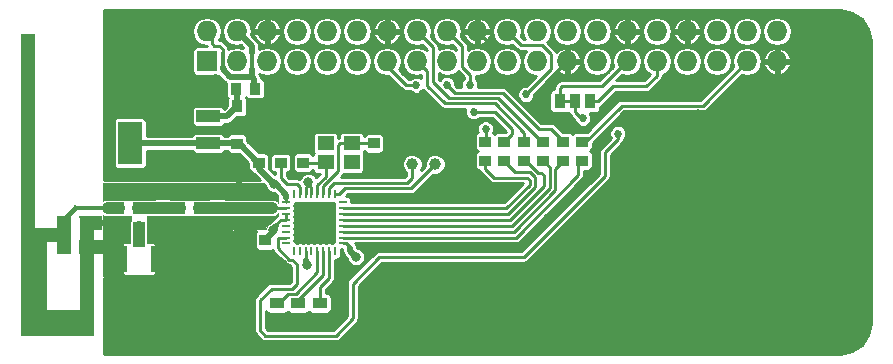
<source format=gtl>
G04 #@! TF.FileFunction,Copper,L1,Top,Signal*
%FSLAX46Y46*%
G04 Gerber Fmt 4.6, Leading zero omitted, Abs format (unit mm)*
G04 Created by KiCad (PCBNEW 4.0.1-3.201512221401+6198~38~ubuntu15.10.1-stable) date Mon 04 Jan 2016 12:08:53 AM CST*
%MOMM*%
G01*
G04 APERTURE LIST*
%ADD10C,0.150000*%
%ADD11R,0.965200X1.270000*%
%ADD12C,2.750000*%
%ADD13C,0.690000*%
%ADD14R,1.000000X0.950000*%
%ADD15R,1.400000X1.200000*%
%ADD16R,0.700000X0.250000*%
%ADD17R,0.250000X0.700000*%
%ADD18R,1.725000X1.725000*%
%ADD19R,1.727200X1.727200*%
%ADD20O,1.727200X1.727200*%
%ADD21R,0.950000X1.000000*%
%ADD22R,1.000000X0.900000*%
%ADD23R,1.000000X1.000000*%
%ADD24R,1.000000X2.200000*%
%ADD25R,0.900000X1.000000*%
%ADD26R,2.032000X3.657600*%
%ADD27R,2.032000X1.016000*%
%ADD28R,1.210000X25.380000*%
%ADD29R,2.210000X7.000000*%
%ADD30R,5.970000X2.180000*%
%ADD31R,1.290000X9.980000*%
%ADD32R,1.210000X3.000000*%
%ADD33R,1.010000X3.200000*%
%ADD34R,4.220000X1.200000*%
%ADD35R,2.030000X1.150000*%
%ADD36R,1.930000X1.150000*%
%ADD37R,2.366000X0.460000*%
%ADD38C,0.200000*%
%ADD39R,1.010000X1.580000*%
%ADD40R,0.200000X0.200000*%
%ADD41R,1.270000X0.965200*%
%ADD42C,1.000000*%
%ADD43C,0.800000*%
%ADD44C,0.685800*%
%ADD45C,0.500000*%
%ADD46C,0.250000*%
%ADD47C,1.000000*%
%ADD48C,0.300000*%
%ADD49C,0.254000*%
%ADD50C,0.100000*%
G04 APERTURE END LIST*
D10*
D11*
X103230000Y-93150000D03*
X104500000Y-93150000D03*
X105770000Y-93150000D03*
D12*
X126500000Y-88500000D03*
D13*
X123700000Y-88500000D03*
X124075129Y-89900000D03*
X125100000Y-90924871D03*
X126500000Y-91300000D03*
X127900000Y-90924871D03*
X128924871Y-89900000D03*
X129300000Y-88500000D03*
X128924871Y-87100000D03*
X127900000Y-86075129D03*
X126500000Y-85700000D03*
X125100000Y-86075129D03*
X124075129Y-87100000D03*
X129000000Y-92260000D03*
X129000000Y-94800000D03*
X129000000Y-97340000D03*
X129000000Y-99880000D03*
X129000000Y-102420000D03*
X129000000Y-104960000D03*
X129000000Y-107500000D03*
X72100000Y-114000000D03*
D12*
X126500000Y-111500000D03*
D13*
X123700000Y-111500000D03*
X124075129Y-112900000D03*
X125100000Y-113924871D03*
X126500000Y-114300000D03*
X127900000Y-113924871D03*
X128924871Y-112900000D03*
X129300000Y-111500000D03*
X128924871Y-110100000D03*
X127900000Y-109075129D03*
X126500000Y-108700000D03*
X125100000Y-109075129D03*
X124075129Y-110100000D03*
X122900000Y-114000000D03*
X120360000Y-114000000D03*
X117820000Y-114000000D03*
X115280000Y-114000000D03*
X112740000Y-114000000D03*
X110200000Y-114000000D03*
X107660000Y-114000000D03*
X105120000Y-114000000D03*
X102580000Y-114000000D03*
X100040000Y-114000000D03*
X97500000Y-114000000D03*
X94960000Y-114000000D03*
X92420000Y-114000000D03*
X89880000Y-114000000D03*
X87340000Y-114000000D03*
X84800000Y-114000000D03*
X82260000Y-114000000D03*
X79720000Y-114000000D03*
X77180000Y-114000000D03*
X74640000Y-114000000D03*
X65000000Y-114000000D03*
X66050000Y-108375000D03*
X65000000Y-105500000D03*
X123000000Y-85850000D03*
X120350000Y-85800000D03*
X117800000Y-85800000D03*
X115250000Y-85800000D03*
X112700000Y-85800000D03*
X110150000Y-85800000D03*
X107650000Y-85800000D03*
X105100000Y-85800000D03*
X102550000Y-85800000D03*
X100000000Y-85800000D03*
X97500000Y-85800000D03*
X95000000Y-85800000D03*
X92450000Y-85800000D03*
X89850000Y-85800000D03*
X87300000Y-85800000D03*
X84800000Y-85800000D03*
X82250000Y-85800000D03*
X79700000Y-85800000D03*
X77150000Y-85800000D03*
X74650000Y-85800000D03*
X72100000Y-85800000D03*
X76650000Y-103500000D03*
D12*
X68500000Y-88500000D03*
D13*
X65700000Y-88500000D03*
X66075129Y-89900000D03*
X67100000Y-90924871D03*
X68500000Y-91300000D03*
X69900000Y-90924871D03*
X70924871Y-89900000D03*
X71300000Y-88500000D03*
X70924871Y-87100000D03*
X69900000Y-86075129D03*
X68500000Y-85700000D03*
X67100000Y-86075129D03*
X66075129Y-87100000D03*
D14*
X77750000Y-98350000D03*
X77750000Y-96750000D03*
D15*
X85606700Y-96734120D03*
X83406700Y-96734120D03*
X85606700Y-98334120D03*
X83406700Y-98334120D03*
D13*
X66400000Y-104650000D03*
X68700000Y-104650000D03*
X70300000Y-106500000D03*
X65000000Y-112500000D03*
X65000000Y-109500000D03*
X65000000Y-107400000D03*
X78050000Y-100750000D03*
X78050000Y-103500000D03*
X75250000Y-103500000D03*
X73100000Y-103500000D03*
X71000000Y-103500000D03*
X68700000Y-103500000D03*
X66400000Y-103500000D03*
X65000000Y-103500000D03*
X76100000Y-100750000D03*
X73550000Y-100750000D03*
X71000000Y-100750000D03*
X68000000Y-100750000D03*
X65000000Y-100750000D03*
X65000000Y-97800000D03*
X65000000Y-94800000D03*
X65000000Y-91800000D03*
X65000000Y-88800000D03*
D16*
X80060800Y-101700000D03*
X80060800Y-102200000D03*
X80060800Y-102700000D03*
X80060800Y-103200000D03*
X80060800Y-103700000D03*
X80060800Y-104200000D03*
X80060800Y-104700000D03*
X80060800Y-105200000D03*
D17*
X80710800Y-105850000D03*
X81210800Y-105850000D03*
X81710800Y-105850000D03*
X82210800Y-105850000D03*
X82710800Y-105850000D03*
X83210800Y-105850000D03*
X83710800Y-105850000D03*
X84210800Y-105850000D03*
D16*
X84860800Y-105200000D03*
X84860800Y-104700000D03*
X84860800Y-104200000D03*
X84860800Y-103700000D03*
X84860800Y-103200000D03*
X84860800Y-102700000D03*
X84860800Y-102200000D03*
X84860800Y-101700000D03*
D17*
X84210800Y-101050000D03*
X83710800Y-101050000D03*
X83210800Y-101050000D03*
X82710800Y-101050000D03*
X82210800Y-101050000D03*
X81710800Y-101050000D03*
X81210800Y-101050000D03*
X80710800Y-101050000D03*
D18*
X83323300Y-104312500D03*
X83323300Y-102587500D03*
X81598300Y-104312500D03*
X81598300Y-102587500D03*
D19*
X73370000Y-89770000D03*
D20*
X73370000Y-87230000D03*
X75910000Y-89770000D03*
X75910000Y-87230000D03*
X78450000Y-89770000D03*
X78450000Y-87230000D03*
X80990000Y-89770000D03*
X80990000Y-87230000D03*
X83530000Y-89770000D03*
X83530000Y-87230000D03*
X86070000Y-89770000D03*
X86070000Y-87230000D03*
X88610000Y-89770000D03*
X88610000Y-87230000D03*
X91150000Y-89770000D03*
X91150000Y-87230000D03*
X93690000Y-89770000D03*
X93690000Y-87230000D03*
X96230000Y-89770000D03*
X96230000Y-87230000D03*
X98770000Y-89770000D03*
X98770000Y-87230000D03*
X101310000Y-89770000D03*
X101310000Y-87230000D03*
X103850000Y-89770000D03*
X103850000Y-87230000D03*
X106390000Y-89770000D03*
X106390000Y-87230000D03*
X108930000Y-89770000D03*
X108930000Y-87230000D03*
X111470000Y-89770000D03*
X111470000Y-87230000D03*
X114010000Y-89770000D03*
X114010000Y-87230000D03*
X116550000Y-89770000D03*
X116550000Y-87230000D03*
X119090000Y-89770000D03*
X119090000Y-87230000D03*
X121630000Y-89770000D03*
X121630000Y-87230000D03*
D14*
X75900000Y-96750000D03*
X75900000Y-98350000D03*
D21*
X75895200Y-93600000D03*
X77495200Y-93600000D03*
D14*
X78282800Y-104950000D03*
X78282800Y-106550000D03*
X81500000Y-98350000D03*
X81500000Y-96750000D03*
X87500000Y-96739000D03*
X87500000Y-98339000D03*
D21*
X72688200Y-102200000D03*
X71088200Y-102200000D03*
D22*
X103500000Y-96602280D03*
X103500000Y-98202280D03*
X96926360Y-96600000D03*
X96926360Y-98200000D03*
X98550000Y-96600000D03*
X98550000Y-98200000D03*
X101856500Y-96600000D03*
X101856500Y-98200000D03*
X100200000Y-96600000D03*
X100200000Y-98200000D03*
X79600000Y-96750000D03*
X79600000Y-98350000D03*
D23*
X67600000Y-105000000D03*
D24*
X69100000Y-106500000D03*
X66100000Y-106500000D03*
D22*
X67600000Y-102200000D03*
X67600000Y-103800000D03*
D25*
X65938400Y-102200000D03*
X67538400Y-102200000D03*
D26*
X66852800Y-96723200D03*
D27*
X73456800Y-96723200D03*
X73456800Y-94437200D03*
X73456800Y-99009200D03*
D12*
X68500000Y-111500000D03*
D13*
X65700000Y-111500000D03*
X66075129Y-112900000D03*
X67100000Y-113924871D03*
X68500000Y-114300000D03*
X69900000Y-113924871D03*
X70924871Y-112900000D03*
X71300000Y-111500000D03*
X70924871Y-110100000D03*
X69900000Y-109075129D03*
X68500000Y-108700000D03*
X67100000Y-109075129D03*
X66075129Y-110100000D03*
X65000000Y-85800000D03*
D28*
X58249000Y-100270000D03*
D29*
X58749000Y-107380000D03*
D30*
X60729000Y-111970000D03*
D31*
X63169000Y-107970000D03*
D32*
X61259000Y-104480000D03*
D33*
X61259000Y-104480000D03*
D34*
X59754000Y-104480000D03*
D35*
X63539000Y-105505000D03*
D36*
X63589000Y-103455000D03*
D37*
X63371000Y-102200000D03*
D10*
G36*
X62443162Y-102324107D02*
X61562107Y-103205162D01*
X61236838Y-102879893D01*
X62117893Y-101998838D01*
X62443162Y-102324107D01*
X62443162Y-102324107D01*
G37*
D38*
X57744000Y-112960000D03*
X63714000Y-112960000D03*
X62624000Y-102980000D03*
X62188000Y-102070000D03*
X60754000Y-102980000D03*
X61764000Y-105980000D03*
X60754000Y-105980000D03*
D39*
X58249000Y-88270000D03*
D38*
X57744000Y-87580000D03*
X58754000Y-87580000D03*
D40*
X61764000Y-102980000D03*
D41*
X79297580Y-110267940D03*
X79297580Y-111537940D03*
X82894220Y-110275560D03*
X82894220Y-111545560D03*
X81083200Y-110275560D03*
X81083200Y-111545560D03*
D22*
X105150000Y-96600000D03*
X105150000Y-98200000D03*
D21*
X77450000Y-92100000D03*
X75850000Y-92100000D03*
D14*
X69600000Y-102100000D03*
X69600000Y-103700000D03*
X74200000Y-102100000D03*
X74200000Y-103700000D03*
D42*
X90750000Y-98500000D03*
X92700000Y-98500000D03*
D43*
X108150000Y-92750000D03*
D44*
X108050000Y-97700000D03*
X106550000Y-96650000D03*
D43*
X80249979Y-107300000D03*
X78650000Y-95699998D03*
X80550000Y-95849986D03*
X111550000Y-92450000D03*
D44*
X105096370Y-91049981D03*
D43*
X98350000Y-101250000D03*
X93475000Y-101300000D03*
X86861360Y-99311180D03*
X86050000Y-101425000D03*
X102237666Y-103012666D03*
D44*
X115249994Y-91050000D03*
X110125004Y-91050000D03*
X100000000Y-91050000D03*
X90049412Y-90654831D03*
X91533444Y-92587607D03*
X97500000Y-91050000D03*
X104350000Y-95550000D03*
X86875000Y-105475000D03*
X93525000Y-105525000D03*
X104550000Y-100725000D03*
X99575000Y-105450000D03*
D43*
X76725000Y-111300000D03*
X114975000Y-94275000D03*
X104175000Y-104125000D03*
X94350000Y-107650000D03*
X86800000Y-111450000D03*
X77975000Y-108450000D03*
X107400000Y-100850000D03*
X100700000Y-107600000D03*
X88100000Y-107650000D03*
X84550000Y-109100000D03*
X89050000Y-96500000D03*
X86050000Y-95300000D03*
X83150000Y-95350000D03*
D44*
X95600000Y-95500000D03*
X95750000Y-97500000D03*
X92900000Y-93900008D03*
X74150000Y-91176516D03*
X72150000Y-91150000D03*
X79700000Y-91050000D03*
X84800000Y-91050000D03*
X94800000Y-91100000D03*
X114950000Y-92800000D03*
D43*
X109600000Y-94450000D03*
D44*
X94850002Y-94200000D03*
D43*
X68700000Y-95600000D03*
X68700000Y-98000000D03*
X70900000Y-99100000D03*
X81598300Y-102587500D03*
X81598300Y-104312500D03*
X83323300Y-104312500D03*
X83323300Y-102587500D03*
X81800000Y-107049994D03*
X86000000Y-106350020D03*
X79050000Y-100200000D03*
X81950000Y-100000000D03*
X78980000Y-104100000D03*
D44*
X91100000Y-91800000D03*
X93670256Y-91753501D03*
X95601339Y-91767920D03*
X95950000Y-94050000D03*
X96950002Y-95500000D03*
X100375000Y-92575000D03*
X108150000Y-95900000D03*
X105199994Y-94600000D03*
D45*
X108050000Y-97700000D02*
X108942901Y-96807099D01*
X108942901Y-96807099D02*
X108942901Y-96707099D01*
X108942901Y-96707099D02*
X109249999Y-96400001D01*
X109249999Y-96400001D02*
X108850000Y-96800000D01*
X109600000Y-94450000D02*
X109600000Y-96050000D01*
X109600000Y-96050000D02*
X109249999Y-96400001D01*
X108850000Y-97365685D02*
X108850000Y-96800000D01*
X108850000Y-99400000D02*
X108850000Y-97365685D01*
X107400000Y-100850000D02*
X108850000Y-99400000D01*
D46*
X106600000Y-96650000D02*
X106550000Y-96650000D01*
D45*
X79499979Y-106550000D02*
X79849980Y-106900001D01*
X78282800Y-106550000D02*
X79499979Y-106550000D01*
X79684294Y-107300000D02*
X80249979Y-107300000D01*
X77975000Y-108450000D02*
X79125000Y-107300000D01*
X79849980Y-106900001D02*
X80249979Y-107300000D01*
X79125000Y-107300000D02*
X79684294Y-107300000D01*
X78249997Y-95350005D02*
X78300007Y-95350005D01*
X78200001Y-95400001D02*
X78249997Y-95350005D01*
X77750000Y-96750000D02*
X77750000Y-95775000D01*
X77750000Y-95775000D02*
X78124999Y-95400001D01*
X78124999Y-95400001D02*
X78200001Y-95400001D01*
X77495200Y-93600000D02*
X77495200Y-94695200D01*
X77495200Y-94695200D02*
X78200001Y-95400001D01*
X78300007Y-95350005D02*
X78650000Y-95699998D01*
X79600000Y-96750000D02*
X79649986Y-96750000D01*
X80949999Y-96249985D02*
X80550000Y-95849986D01*
X81450014Y-96750000D02*
X80949999Y-96249985D01*
X80150001Y-96249985D02*
X80550000Y-95849986D01*
X81500000Y-96750000D02*
X81450014Y-96750000D01*
X79649986Y-96750000D02*
X80150001Y-96249985D01*
D46*
X103850000Y-89770000D02*
X102000000Y-91620000D01*
X102000000Y-91620000D02*
X102000000Y-94100000D01*
X102000000Y-94100000D02*
X103107101Y-95207101D01*
X103107101Y-95207101D02*
X104007101Y-95207101D01*
X104007101Y-95207101D02*
X104350000Y-95550000D01*
D45*
X98300000Y-101300000D02*
X98350000Y-101250000D01*
X93475000Y-101300000D02*
X98300000Y-101300000D01*
D46*
X87500000Y-99064000D02*
X87252820Y-99311180D01*
X87500000Y-98339000D02*
X87500000Y-99064000D01*
X87252820Y-99311180D02*
X86861360Y-99311180D01*
X97500000Y-90565067D02*
X97500000Y-91050000D01*
X97500000Y-88500000D02*
X97500000Y-90565067D01*
X96230000Y-87230000D02*
X97500000Y-88500000D01*
D45*
X76725000Y-109134315D02*
X76725000Y-111300000D01*
X77975000Y-108450000D02*
X77409315Y-108450000D01*
X77409315Y-108450000D02*
X76725000Y-109134315D01*
X94350000Y-107650000D02*
X100650000Y-107650000D01*
X88100000Y-107650000D02*
X94350000Y-107650000D01*
X88100000Y-107650000D02*
X88100000Y-110150000D01*
X88100000Y-110150000D02*
X86800000Y-111450000D01*
X65000000Y-103500000D02*
X63634000Y-103500000D01*
X63634000Y-103500000D02*
X63589000Y-103455000D01*
X63539000Y-105505000D02*
X64995000Y-105505000D01*
X64995000Y-105505000D02*
X65000000Y-105500000D01*
X100650000Y-107650000D02*
X100700000Y-107600000D01*
X82894220Y-111545560D02*
X84029220Y-111545560D01*
X84029220Y-111545560D02*
X84550000Y-111024780D01*
X84550000Y-111024780D02*
X84550000Y-109100000D01*
X88950000Y-98300000D02*
X88911000Y-98339000D01*
X88911000Y-98339000D02*
X87500000Y-98339000D01*
X88950000Y-97165685D02*
X88950000Y-98300000D01*
X89050000Y-96500000D02*
X89050000Y-97065685D01*
X89050000Y-97065685D02*
X88950000Y-97165685D01*
X83150000Y-95350000D02*
X86000000Y-95350000D01*
X86000000Y-95350000D02*
X86050000Y-95300000D01*
D46*
X95750000Y-97500000D02*
X95750000Y-95650000D01*
X95750000Y-95650000D02*
X95600000Y-95500000D01*
X93199992Y-94200000D02*
X92900000Y-93900008D01*
X94850002Y-94200000D02*
X93199992Y-94200000D01*
D45*
X70900000Y-99100000D02*
X69800000Y-99100000D01*
X69800000Y-99100000D02*
X68700000Y-98000000D01*
X73456800Y-99009200D02*
X70990800Y-99009200D01*
X70990800Y-99009200D02*
X70900000Y-99100000D01*
X75900000Y-99325000D02*
X76100000Y-99525000D01*
X76100000Y-99525000D02*
X76100000Y-100750000D01*
X75900000Y-98350000D02*
X75900000Y-99325000D01*
X83323300Y-104312500D02*
X81598300Y-104312500D01*
X81598300Y-104312500D02*
X81598300Y-102587500D01*
X83323300Y-102587500D02*
X83323300Y-104312500D01*
X81598300Y-102587500D02*
X83323300Y-102587500D01*
D46*
X63371000Y-102200000D02*
X64950000Y-102200000D01*
D47*
X65938400Y-102200000D02*
X64950000Y-102200000D01*
D46*
X84500000Y-96890820D02*
X84500000Y-99086410D01*
X83210800Y-100375610D02*
X83210800Y-100450000D01*
X85606700Y-96734120D02*
X84656700Y-96734120D01*
X84500000Y-99086410D02*
X83210800Y-100375610D01*
X83210800Y-100450000D02*
X83210800Y-101050000D01*
X84656700Y-96734120D02*
X84500000Y-96890820D01*
X85606700Y-96734120D02*
X87495120Y-96734120D01*
X87495120Y-96734120D02*
X87500000Y-96739000D01*
X85606700Y-96734120D02*
X85321698Y-96734120D01*
X85611580Y-96739000D02*
X85606700Y-96734120D01*
D47*
X74200000Y-102200000D02*
X78850000Y-102200000D01*
X72688200Y-102200000D02*
X74200000Y-102200000D01*
D46*
X79100000Y-102200000D02*
X79800000Y-102200000D01*
X79800000Y-102200000D02*
X80060800Y-102200000D01*
D47*
X69600000Y-102200000D02*
X71088200Y-102200000D01*
X69600000Y-102200000D02*
X67538400Y-102200000D01*
D45*
X81710800Y-106589200D02*
X81710800Y-106960794D01*
X81710800Y-106960794D02*
X81800000Y-107049994D01*
X85450000Y-105800020D02*
X85600001Y-105950021D01*
X85450000Y-105600000D02*
X85450000Y-105800020D01*
X85600001Y-105950021D02*
X86000000Y-106350020D01*
X79050000Y-100200000D02*
X79200000Y-100200000D01*
X79200000Y-100200000D02*
X80075000Y-101075000D01*
X80075000Y-101075000D02*
X80075000Y-101325000D01*
D46*
X80075000Y-101325000D02*
X80075000Y-101685800D01*
X80075000Y-101685800D02*
X80060800Y-101700000D01*
X85350000Y-105500000D02*
X85350000Y-105450000D01*
X85350000Y-105450000D02*
X85100000Y-105200000D01*
X85100000Y-105200000D02*
X84860800Y-105200000D01*
D45*
X73456800Y-96723200D02*
X66852800Y-96723200D01*
X73456800Y-96723200D02*
X75873200Y-96723200D01*
X75873200Y-96723200D02*
X75900000Y-96750000D01*
X77750000Y-98350000D02*
X77750000Y-98900000D01*
X77750000Y-98900000D02*
X79050000Y-100200000D01*
X75900000Y-96750000D02*
X76125000Y-96750000D01*
X76125000Y-96750000D02*
X77725000Y-98350000D01*
X77725000Y-98350000D02*
X77750000Y-98350000D01*
X78980000Y-104100000D02*
X78980000Y-104252800D01*
X78980000Y-104252800D02*
X78282800Y-104950000D01*
D46*
X80060800Y-103200000D02*
X79600000Y-103200000D01*
X79600000Y-103200000D02*
X79250000Y-103550000D01*
X79250000Y-103550000D02*
X79250000Y-103700000D01*
D45*
X78980000Y-104100000D02*
X78980000Y-103980000D01*
X78980000Y-103980000D02*
X79250000Y-103710000D01*
D46*
X81710800Y-106589200D02*
X81710800Y-105850000D01*
X80060800Y-102700000D02*
X80060800Y-103200000D01*
X81710800Y-101050000D02*
X81710800Y-100450000D01*
X82210800Y-101050000D02*
X82210800Y-100450000D01*
X82210800Y-100450000D02*
X82060800Y-100300000D01*
X82060800Y-100300000D02*
X81950000Y-100300000D01*
X81710800Y-100450000D02*
X81860800Y-100300000D01*
X81860800Y-100300000D02*
X81950000Y-100300000D01*
X73800000Y-88250000D02*
X73800000Y-87660000D01*
X73800000Y-87660000D02*
X73370000Y-87230000D01*
X74000000Y-88450000D02*
X73800000Y-88250000D01*
X74362202Y-88450000D02*
X74000000Y-88450000D01*
X74683601Y-89066399D02*
X74683601Y-88771399D01*
X74683601Y-88771399D02*
X74362202Y-88450000D01*
D45*
X73370000Y-87670000D02*
X73370000Y-87230000D01*
X77116399Y-91083601D02*
X75307095Y-91083601D01*
X77150000Y-91050000D02*
X77116399Y-91083601D01*
X75307095Y-91083601D02*
X74683601Y-90460107D01*
X74683601Y-90460107D02*
X74683601Y-90300000D01*
D48*
X74683601Y-90300000D02*
X74683601Y-89066399D01*
D45*
X77150000Y-89100000D02*
X77150000Y-88470000D01*
X77150000Y-88470000D02*
X75910000Y-87230000D01*
D48*
X77150000Y-90400000D02*
X77150000Y-89100000D01*
D45*
X77150000Y-91050000D02*
X77150000Y-90400000D01*
X77350000Y-92100000D02*
X77350000Y-91250000D01*
X77350000Y-91250000D02*
X77150000Y-91050000D01*
D47*
X67600000Y-105000000D02*
X67600000Y-103800000D01*
D46*
X88610000Y-89770000D02*
X88610000Y-90160000D01*
X88610000Y-90160000D02*
X90250000Y-91800000D01*
X90250000Y-91800000D02*
X90615067Y-91800000D01*
X90615067Y-91800000D02*
X91100000Y-91800000D01*
X94013155Y-92096400D02*
X93670256Y-91753501D01*
X94366733Y-92449978D02*
X94013155Y-92096400D01*
X98424978Y-92449978D02*
X94366733Y-92449978D01*
X101475000Y-95500000D02*
X98424978Y-92449978D01*
X102525000Y-95500000D02*
X101475000Y-95500000D01*
X103446540Y-96602280D02*
X103450000Y-96605740D01*
X103450000Y-96605740D02*
X103450000Y-96425000D01*
X103450000Y-96425000D02*
X102525000Y-95500000D01*
X91150000Y-89770000D02*
X92013599Y-90633599D01*
X92013599Y-91854913D02*
X93508686Y-93350000D01*
X93508686Y-93350000D02*
X97738494Y-93350000D01*
X92013599Y-90633599D02*
X92013599Y-91854913D01*
X97738494Y-93350000D02*
X100205500Y-95817006D01*
X100205500Y-95817006D02*
X100205500Y-95935300D01*
X100205500Y-95935300D02*
X100205500Y-96635300D01*
X91150000Y-87230000D02*
X92501399Y-88581399D01*
X92501399Y-88581399D02*
X92501399Y-91539893D01*
X93861495Y-92899989D02*
X98000084Y-92899989D01*
X92501399Y-91539893D02*
X93861495Y-92899989D01*
X101720155Y-96620060D02*
X101856500Y-96620060D01*
X98000084Y-92899989D02*
X101720155Y-96620060D01*
X98529100Y-96642920D02*
X99200000Y-95972020D01*
X99200000Y-95972020D02*
X99200000Y-95536506D01*
X99200000Y-95536506D02*
X97713494Y-94050000D01*
X96434933Y-94050000D02*
X95950000Y-94050000D01*
X97713494Y-94050000D02*
X96434933Y-94050000D01*
X95601339Y-91282987D02*
X95601339Y-91767920D01*
X95601339Y-90900469D02*
X95601339Y-91282987D01*
X94950000Y-90249130D02*
X95601339Y-90900469D01*
X94950000Y-88490000D02*
X94950000Y-90249130D01*
X93690000Y-87230000D02*
X94950000Y-88490000D01*
X96950002Y-95984933D02*
X96950002Y-95500000D01*
X96950002Y-96606578D02*
X96950002Y-95984933D01*
X96926360Y-96630220D02*
X96950002Y-96606578D01*
X102498601Y-90451399D02*
X100717899Y-92232101D01*
X102498601Y-89199471D02*
X102498601Y-90451399D01*
X101717731Y-88418601D02*
X102498601Y-89199471D01*
X99958601Y-88418601D02*
X101717731Y-88418601D01*
X100717899Y-92232101D02*
X100375000Y-92575000D01*
X98770000Y-87230000D02*
X99958601Y-88418601D01*
X80060800Y-104700000D02*
X79460800Y-104700000D01*
X79460800Y-104700000D02*
X79385799Y-104775001D01*
X80974999Y-108624999D02*
X80582050Y-109017948D01*
X84250000Y-113000000D02*
X85700000Y-111550000D01*
X79385799Y-104775001D02*
X79385799Y-105622613D01*
X78300000Y-113000000D02*
X84250000Y-113000000D01*
X80338185Y-106574999D02*
X80598001Y-106574999D01*
X79385799Y-105622613D02*
X80338185Y-106574999D01*
X80598001Y-106574999D02*
X80974999Y-106951997D01*
X100200000Y-106350000D02*
X107050000Y-99500000D01*
X85700000Y-108600000D02*
X87950000Y-106350000D01*
X80582050Y-109017948D02*
X78844970Y-109017948D01*
X80974999Y-106951997D02*
X80974999Y-108624999D01*
X78844970Y-109017948D02*
X77850000Y-110012918D01*
X77850000Y-110012918D02*
X77850000Y-112550000D01*
X87950000Y-106350000D02*
X100200000Y-106350000D01*
X77850000Y-112550000D02*
X78300000Y-113000000D01*
X85700000Y-111550000D02*
X85700000Y-108600000D01*
X107050000Y-99500000D02*
X107050000Y-97484933D01*
X107050000Y-97484933D02*
X108150000Y-96384933D01*
X108150000Y-96384933D02*
X108150000Y-95900000D01*
X108930000Y-89770000D02*
X106800000Y-91900000D01*
X106800000Y-91900000D02*
X103385764Y-91900000D01*
X103385764Y-91900000D02*
X103230000Y-92055764D01*
X103230000Y-92055764D02*
X103230000Y-93150000D01*
X103230000Y-93150000D02*
X104100000Y-93150000D01*
X105065000Y-94600000D02*
X105199994Y-94600000D01*
X104500000Y-94035000D02*
X105065000Y-94600000D01*
X104500000Y-93150000D02*
X104500000Y-94035000D01*
X103230000Y-93150000D02*
X104500000Y-93150000D01*
X105386214Y-96602280D02*
X105041660Y-96602280D01*
X108463495Y-93524999D02*
X105386214Y-96602280D01*
X115335001Y-93524999D02*
X108463495Y-93524999D01*
X119090000Y-89770000D02*
X115335001Y-93524999D01*
X102375011Y-98738571D02*
X101856500Y-98220060D01*
X102375011Y-100511400D02*
X102375011Y-98738571D01*
X99186411Y-103700000D02*
X102375011Y-100511400D01*
X84860800Y-103700000D02*
X99186411Y-103700000D01*
X100410300Y-98235300D02*
X100205500Y-98235300D01*
X101686411Y-99200000D02*
X101375000Y-99200000D01*
X101375000Y-99200000D02*
X100410300Y-98235300D01*
X101925001Y-99438590D02*
X101686411Y-99200000D01*
X101925001Y-100322822D02*
X101925001Y-99438590D01*
X99047822Y-103200000D02*
X99097812Y-103150011D01*
X99097812Y-103150011D02*
X101925001Y-100322822D01*
X84860800Y-103200000D02*
X99047822Y-103200000D01*
X85460800Y-102700000D02*
X85460812Y-102700012D01*
X98861411Y-102700000D02*
X101125011Y-100436400D01*
X90859401Y-102700012D02*
X90859413Y-102700000D01*
X85460812Y-102700012D02*
X90859401Y-102700012D01*
X90859413Y-102700000D02*
X98861411Y-102700000D01*
X84860800Y-102700000D02*
X85460800Y-102700000D01*
X99436169Y-99149989D02*
X98529100Y-98242920D01*
X100688579Y-99149989D02*
X99436169Y-99149989D01*
X101125011Y-99586422D02*
X100688579Y-99149989D01*
X101125011Y-100436400D02*
X101125011Y-99586422D01*
X84860800Y-102200000D02*
X98725000Y-102200000D01*
X98725000Y-102200000D02*
X100675000Y-100250000D01*
X100675000Y-100250000D02*
X100675000Y-99826324D01*
X100675000Y-99826324D02*
X100473676Y-99625000D01*
X100473676Y-99625000D02*
X97650000Y-99625000D01*
X97650000Y-99625000D02*
X96926360Y-98901360D01*
X96926360Y-98901360D02*
X96926360Y-98900000D01*
X96926360Y-98900000D02*
X96926360Y-98200000D01*
D45*
X75895200Y-93600000D02*
X75895200Y-92154800D01*
X75895200Y-92154800D02*
X75950000Y-92100000D01*
X73456800Y-94437200D02*
X75058000Y-94437200D01*
X75058000Y-94437200D02*
X75895200Y-93600000D01*
X73456800Y-94437200D02*
X73914000Y-94437200D01*
D46*
X83406700Y-98334120D02*
X83406700Y-99543300D01*
X83406700Y-99543300D02*
X82710800Y-100239200D01*
X82710800Y-100239200D02*
X82710800Y-100450000D01*
X82710800Y-100450000D02*
X82710800Y-101050000D01*
X81500000Y-98350000D02*
X83390820Y-98350000D01*
X83390820Y-98350000D02*
X83406700Y-98334120D01*
X83388920Y-98316340D02*
X83406700Y-98334120D01*
X85085801Y-100549999D02*
X90650001Y-100549999D01*
X84585800Y-101050000D02*
X85085801Y-100549999D01*
X84210800Y-101050000D02*
X84585800Y-101050000D01*
X90650001Y-100549999D02*
X91938001Y-99261999D01*
X91938001Y-99261999D02*
X92700000Y-98500000D01*
X83710800Y-101050000D02*
X83710800Y-100512022D01*
X83710800Y-100512022D02*
X84122834Y-100099988D01*
X84122834Y-100099988D02*
X90300012Y-100099988D01*
X90300012Y-100099988D02*
X90750000Y-99650000D01*
X90750000Y-99650000D02*
X90750000Y-98500000D01*
X105770000Y-93150000D02*
X106502600Y-93150000D01*
X106502600Y-93150000D02*
X107752600Y-91900000D01*
X107752600Y-91900000D02*
X110561314Y-91900000D01*
X110561314Y-91900000D02*
X111470000Y-90991314D01*
X111470000Y-90991314D02*
X111470000Y-89770000D01*
X79449980Y-110267940D02*
X80249961Y-109467959D01*
X79297580Y-110267940D02*
X79449980Y-110267940D01*
X80249961Y-109467959D02*
X80882041Y-109467959D01*
X82710800Y-107639200D02*
X82710800Y-106450000D01*
X82710800Y-106450000D02*
X82710800Y-105850000D01*
X80882041Y-109467959D02*
X82710800Y-107639200D01*
X81083200Y-110275560D02*
X81083200Y-110016800D01*
X81083200Y-110016800D02*
X83210800Y-107889200D01*
X83210800Y-107889200D02*
X83210800Y-106450000D01*
X83210800Y-106450000D02*
X83210800Y-105850000D01*
X82894220Y-110275560D02*
X82900000Y-110269780D01*
X82900000Y-110269780D02*
X82900000Y-108900000D01*
X83710800Y-108089200D02*
X83710800Y-106450000D01*
X82900000Y-108900000D02*
X83710800Y-108089200D01*
X83710800Y-106450000D02*
X83710800Y-105850000D01*
X81210800Y-101050000D02*
X81210800Y-100450000D01*
X81210800Y-100450000D02*
X80960800Y-100200000D01*
X80960800Y-100200000D02*
X80123002Y-100200000D01*
X80123002Y-100200000D02*
X79600000Y-99676998D01*
X79600000Y-99676998D02*
X79600000Y-99550000D01*
X79600000Y-99550000D02*
X79600000Y-98350000D01*
X79610000Y-98320000D02*
X79560000Y-98320000D01*
X84860800Y-104700000D02*
X99500000Y-104700000D01*
X99500000Y-104700000D02*
X104800000Y-99400000D01*
X104800000Y-99400000D02*
X104800000Y-98250000D01*
X104800000Y-98250000D02*
X105100000Y-98250000D01*
X105100000Y-98250000D02*
X105150000Y-98200000D01*
X102850000Y-98900000D02*
X103500000Y-98250000D01*
X103500000Y-98250000D02*
X103500000Y-98202280D01*
X102850000Y-100672822D02*
X102850000Y-98900000D01*
X99322822Y-104200000D02*
X102850000Y-100672822D01*
X84860800Y-104200000D02*
X99322822Y-104200000D01*
D49*
G36*
X127971688Y-85654136D02*
X128795446Y-86204554D01*
X129345864Y-87028311D01*
X129548000Y-88044518D01*
X129548000Y-111955482D01*
X129345864Y-112971689D01*
X128795446Y-113795446D01*
X127971688Y-114345864D01*
X126955482Y-114548000D01*
X64677000Y-114548000D01*
X64677000Y-108127000D01*
X75500000Y-108127000D01*
X75546159Y-108118315D01*
X75588553Y-108091035D01*
X75616994Y-108049410D01*
X75627000Y-108000000D01*
X75627000Y-104177000D01*
X77549699Y-104177000D01*
X77514780Y-104199470D01*
X77428699Y-104325453D01*
X77398415Y-104475000D01*
X77398415Y-105425000D01*
X77424703Y-105564708D01*
X77507270Y-105693020D01*
X77633253Y-105779101D01*
X77782800Y-105809385D01*
X78782800Y-105809385D01*
X78915966Y-105784328D01*
X78922011Y-105814720D01*
X79030831Y-105977581D01*
X79983215Y-106929964D01*
X79983217Y-106929967D01*
X80053637Y-106977020D01*
X80146077Y-107038787D01*
X80338185Y-107076999D01*
X80390065Y-107076999D01*
X80472999Y-107159932D01*
X80472999Y-108417064D01*
X80374114Y-108515948D01*
X78844975Y-108515948D01*
X78844970Y-108515947D01*
X78652862Y-108554160D01*
X78490002Y-108662980D01*
X77495032Y-109657950D01*
X77386212Y-109820811D01*
X77347999Y-110012918D01*
X77348000Y-110012923D01*
X77348000Y-112549995D01*
X77347999Y-112550000D01*
X77386212Y-112742107D01*
X77495032Y-112904968D01*
X77945032Y-113354968D01*
X78107892Y-113463788D01*
X78300000Y-113502000D01*
X84249995Y-113502000D01*
X84250000Y-113502001D01*
X84442107Y-113463788D01*
X84604968Y-113354968D01*
X86054965Y-111904970D01*
X86054968Y-111904968D01*
X86163788Y-111742107D01*
X86187246Y-111624175D01*
X86202001Y-111550000D01*
X86202000Y-111549995D01*
X86202000Y-108807936D01*
X88157935Y-106852000D01*
X100199995Y-106852000D01*
X100200000Y-106852001D01*
X100392107Y-106813788D01*
X100554968Y-106704968D01*
X107404968Y-99854968D01*
X107513788Y-99692107D01*
X107552001Y-99500000D01*
X107552000Y-99499995D01*
X107552000Y-97692869D01*
X108504968Y-96739901D01*
X108613788Y-96577040D01*
X108644270Y-96423797D01*
X108759946Y-96308323D01*
X108869775Y-96043825D01*
X108870025Y-95757431D01*
X108760658Y-95492742D01*
X108558323Y-95290054D01*
X108293825Y-95180225D01*
X108007431Y-95179975D01*
X107742742Y-95289342D01*
X107540054Y-95491677D01*
X107430225Y-95756175D01*
X107429975Y-96042569D01*
X107533026Y-96291971D01*
X106695032Y-97129965D01*
X106586212Y-97292826D01*
X106547999Y-97484933D01*
X106548000Y-97484938D01*
X106548000Y-99292064D01*
X99992064Y-105848000D01*
X87950005Y-105848000D01*
X87950000Y-105847999D01*
X87767078Y-105884385D01*
X87757893Y-105886212D01*
X87595032Y-105995032D01*
X87595030Y-105995035D01*
X85345032Y-108245032D01*
X85236212Y-108407893D01*
X85197999Y-108600000D01*
X85198000Y-108600005D01*
X85198000Y-111342065D01*
X84042064Y-112498000D01*
X78507936Y-112498000D01*
X78352000Y-112342064D01*
X78352000Y-110964091D01*
X78387050Y-111018560D01*
X78513033Y-111104641D01*
X78662580Y-111134925D01*
X79932580Y-111134925D01*
X80072288Y-111108637D01*
X80186133Y-111035379D01*
X80298653Y-111112261D01*
X80448200Y-111142545D01*
X81718200Y-111142545D01*
X81857908Y-111116257D01*
X81986220Y-111033690D01*
X81988913Y-111029749D01*
X82109673Y-111112261D01*
X82259220Y-111142545D01*
X83529220Y-111142545D01*
X83668928Y-111116257D01*
X83797240Y-111033690D01*
X83883321Y-110907707D01*
X83913605Y-110758160D01*
X83913605Y-109792960D01*
X83887317Y-109653252D01*
X83804750Y-109524940D01*
X83678767Y-109438859D01*
X83529220Y-109408575D01*
X83402000Y-109408575D01*
X83402000Y-109107936D01*
X84065765Y-108444170D01*
X84065768Y-108444168D01*
X84131000Y-108346540D01*
X84174588Y-108281308D01*
X84212800Y-108089200D01*
X84212800Y-106584385D01*
X84335800Y-106584385D01*
X84475508Y-106558097D01*
X84603820Y-106475530D01*
X84689901Y-106349547D01*
X84720185Y-106200000D01*
X84720185Y-105709385D01*
X84823000Y-105709385D01*
X84823000Y-105800020D01*
X84870728Y-106039963D01*
X84949526Y-106157892D01*
X85006644Y-106243376D01*
X85222905Y-106459637D01*
X85222866Y-106503897D01*
X85340908Y-106789580D01*
X85559290Y-107008344D01*
X85844767Y-107126885D01*
X86153877Y-107127154D01*
X86439560Y-107009112D01*
X86658324Y-106790730D01*
X86776865Y-106505253D01*
X86777134Y-106196143D01*
X86659092Y-105910460D01*
X86440710Y-105691696D01*
X86155233Y-105573155D01*
X86109807Y-105573115D01*
X86062178Y-105525486D01*
X86029272Y-105360057D01*
X85923662Y-105202000D01*
X99499995Y-105202000D01*
X99500000Y-105202001D01*
X99692107Y-105163788D01*
X99854968Y-105054968D01*
X105154968Y-99754968D01*
X105263788Y-99592107D01*
X105302001Y-99400000D01*
X105302000Y-99399995D01*
X105302000Y-99034385D01*
X105650000Y-99034385D01*
X105789708Y-99008097D01*
X105918020Y-98925530D01*
X106004101Y-98799547D01*
X106034385Y-98650000D01*
X106034385Y-97750000D01*
X106008097Y-97610292D01*
X105925530Y-97481980D01*
X105803969Y-97398920D01*
X105918020Y-97325530D01*
X106004101Y-97199547D01*
X106034385Y-97050000D01*
X106034385Y-96664045D01*
X108671430Y-94026999D01*
X115334996Y-94026999D01*
X115335001Y-94027000D01*
X115527108Y-93988787D01*
X115689969Y-93879967D01*
X118643346Y-90926590D01*
X119065695Y-91010600D01*
X119114305Y-91010600D01*
X119589062Y-90916165D01*
X119991542Y-90647237D01*
X120260470Y-90244757D01*
X120293117Y-90080625D01*
X120480635Y-90080625D01*
X120597622Y-90363086D01*
X120903171Y-90713014D01*
X121319373Y-90919377D01*
X121503000Y-90872069D01*
X121503000Y-89897000D01*
X121757000Y-89897000D01*
X121757000Y-90872069D01*
X121940627Y-90919377D01*
X122356829Y-90713014D01*
X122662378Y-90363086D01*
X122779365Y-90080625D01*
X122731553Y-89897000D01*
X121757000Y-89897000D01*
X121503000Y-89897000D01*
X120528447Y-89897000D01*
X120480635Y-90080625D01*
X120293117Y-90080625D01*
X120354905Y-89770000D01*
X120293118Y-89459375D01*
X120480635Y-89459375D01*
X120528447Y-89643000D01*
X121503000Y-89643000D01*
X121503000Y-88667931D01*
X121757000Y-88667931D01*
X121757000Y-89643000D01*
X122731553Y-89643000D01*
X122779365Y-89459375D01*
X122662378Y-89176914D01*
X122356829Y-88826986D01*
X121940627Y-88620623D01*
X121757000Y-88667931D01*
X121503000Y-88667931D01*
X121319373Y-88620623D01*
X120903171Y-88826986D01*
X120597622Y-89176914D01*
X120480635Y-89459375D01*
X120293118Y-89459375D01*
X120260470Y-89295243D01*
X119991542Y-88892763D01*
X119589062Y-88623835D01*
X119114305Y-88529400D01*
X119065695Y-88529400D01*
X118590938Y-88623835D01*
X118188458Y-88892763D01*
X117919530Y-89295243D01*
X117825095Y-89770000D01*
X117917170Y-90232894D01*
X115127065Y-93022999D01*
X108463500Y-93022999D01*
X108463495Y-93022998D01*
X108271388Y-93061211D01*
X108108527Y-93170031D01*
X108108525Y-93170034D01*
X105512943Y-95765615D01*
X104650000Y-95765615D01*
X104510292Y-95791903D01*
X104381980Y-95874470D01*
X104323914Y-95959451D01*
X104275530Y-95884260D01*
X104149547Y-95798179D01*
X104000000Y-95767895D01*
X103502830Y-95767895D01*
X102879968Y-95145032D01*
X102717107Y-95036212D01*
X102525000Y-94997999D01*
X102524995Y-94998000D01*
X101682935Y-94998000D01*
X98779946Y-92095010D01*
X98617085Y-91986190D01*
X98424978Y-91947977D01*
X98424973Y-91947978D01*
X96306069Y-91947978D01*
X96321114Y-91911745D01*
X96321364Y-91625351D01*
X96211997Y-91360662D01*
X96103339Y-91251814D01*
X96103339Y-90990240D01*
X96205695Y-91010600D01*
X96254305Y-91010600D01*
X96729062Y-90916165D01*
X97131542Y-90647237D01*
X97400470Y-90244757D01*
X97494905Y-89770000D01*
X97505095Y-89770000D01*
X97599530Y-90244757D01*
X97868458Y-90647237D01*
X98270938Y-90916165D01*
X98745695Y-91010600D01*
X98794305Y-91010600D01*
X99269062Y-90916165D01*
X99671542Y-90647237D01*
X99940470Y-90244757D01*
X100034905Y-89770000D01*
X99940470Y-89295243D01*
X99671542Y-88892763D01*
X99269062Y-88623835D01*
X98794305Y-88529400D01*
X98745695Y-88529400D01*
X98270938Y-88623835D01*
X97868458Y-88892763D01*
X97599530Y-89295243D01*
X97505095Y-89770000D01*
X97494905Y-89770000D01*
X97400470Y-89295243D01*
X97131542Y-88892763D01*
X96729062Y-88623835D01*
X96254305Y-88529400D01*
X96205695Y-88529400D01*
X95730938Y-88623835D01*
X95452000Y-88810215D01*
X95452000Y-88490000D01*
X95429357Y-88376165D01*
X95413788Y-88297892D01*
X95304968Y-88135032D01*
X94862830Y-87692894D01*
X94893118Y-87540625D01*
X95080635Y-87540625D01*
X95197622Y-87823086D01*
X95503171Y-88173014D01*
X95919373Y-88379377D01*
X96103000Y-88332069D01*
X96103000Y-87357000D01*
X96357000Y-87357000D01*
X96357000Y-88332069D01*
X96540627Y-88379377D01*
X96956829Y-88173014D01*
X97262378Y-87823086D01*
X97379365Y-87540625D01*
X97331553Y-87357000D01*
X96357000Y-87357000D01*
X96103000Y-87357000D01*
X95128447Y-87357000D01*
X95080635Y-87540625D01*
X94893118Y-87540625D01*
X94954905Y-87230000D01*
X97505095Y-87230000D01*
X97599530Y-87704757D01*
X97868458Y-88107237D01*
X98270938Y-88376165D01*
X98745695Y-88470600D01*
X98794305Y-88470600D01*
X99216654Y-88386590D01*
X99603631Y-88773566D01*
X99603633Y-88773569D01*
X99740058Y-88864725D01*
X99766494Y-88882389D01*
X99958601Y-88920602D01*
X99958606Y-88920601D01*
X100389857Y-88920601D01*
X100139530Y-89295243D01*
X100045095Y-89770000D01*
X100139530Y-90244757D01*
X100408458Y-90647237D01*
X100810938Y-90916165D01*
X101238793Y-91001271D01*
X100384956Y-91855108D01*
X100232431Y-91854975D01*
X99967742Y-91964342D01*
X99765054Y-92166677D01*
X99655225Y-92431175D01*
X99654975Y-92717569D01*
X99764342Y-92982258D01*
X99966677Y-93184946D01*
X100231175Y-93294775D01*
X100517569Y-93295025D01*
X100782258Y-93185658D01*
X100984946Y-92983323D01*
X101094775Y-92718825D01*
X101094909Y-92565027D01*
X101144936Y-92515000D01*
X102363015Y-92515000D01*
X102363015Y-93785000D01*
X102389303Y-93924708D01*
X102471870Y-94053020D01*
X102597853Y-94139101D01*
X102747400Y-94169385D01*
X103712600Y-94169385D01*
X103852308Y-94143097D01*
X103863325Y-94136007D01*
X103867853Y-94139101D01*
X104017400Y-94169385D01*
X104024730Y-94169385D01*
X104036212Y-94227107D01*
X104145032Y-94389968D01*
X104479984Y-94724920D01*
X104479969Y-94742569D01*
X104589336Y-95007258D01*
X104791671Y-95209946D01*
X105056169Y-95319775D01*
X105342563Y-95320025D01*
X105607252Y-95210658D01*
X105809940Y-95008323D01*
X105919769Y-94743825D01*
X105920019Y-94457431D01*
X105810652Y-94192742D01*
X105787336Y-94169385D01*
X106252600Y-94169385D01*
X106392308Y-94143097D01*
X106520620Y-94060530D01*
X106606701Y-93934547D01*
X106636985Y-93785000D01*
X106636985Y-93625270D01*
X106694707Y-93613788D01*
X106857568Y-93504968D01*
X107960536Y-92402000D01*
X110561309Y-92402000D01*
X110561314Y-92402001D01*
X110753421Y-92363788D01*
X110916282Y-92254968D01*
X111824968Y-91346282D01*
X111933788Y-91183422D01*
X111972001Y-90991314D01*
X111972000Y-90991309D01*
X111972000Y-90914202D01*
X112371542Y-90647237D01*
X112640470Y-90244757D01*
X112734905Y-89770000D01*
X112745095Y-89770000D01*
X112839530Y-90244757D01*
X113108458Y-90647237D01*
X113510938Y-90916165D01*
X113985695Y-91010600D01*
X114034305Y-91010600D01*
X114509062Y-90916165D01*
X114911542Y-90647237D01*
X115180470Y-90244757D01*
X115274905Y-89770000D01*
X115285095Y-89770000D01*
X115379530Y-90244757D01*
X115648458Y-90647237D01*
X116050938Y-90916165D01*
X116525695Y-91010600D01*
X116574305Y-91010600D01*
X117049062Y-90916165D01*
X117451542Y-90647237D01*
X117720470Y-90244757D01*
X117814905Y-89770000D01*
X117720470Y-89295243D01*
X117451542Y-88892763D01*
X117049062Y-88623835D01*
X116574305Y-88529400D01*
X116525695Y-88529400D01*
X116050938Y-88623835D01*
X115648458Y-88892763D01*
X115379530Y-89295243D01*
X115285095Y-89770000D01*
X115274905Y-89770000D01*
X115180470Y-89295243D01*
X114911542Y-88892763D01*
X114509062Y-88623835D01*
X114034305Y-88529400D01*
X113985695Y-88529400D01*
X113510938Y-88623835D01*
X113108458Y-88892763D01*
X112839530Y-89295243D01*
X112745095Y-89770000D01*
X112734905Y-89770000D01*
X112640470Y-89295243D01*
X112371542Y-88892763D01*
X111969062Y-88623835D01*
X111494305Y-88529400D01*
X111445695Y-88529400D01*
X110970938Y-88623835D01*
X110568458Y-88892763D01*
X110299530Y-89295243D01*
X110205095Y-89770000D01*
X110299530Y-90244757D01*
X110568458Y-90647237D01*
X110889577Y-90861801D01*
X110353378Y-91398000D01*
X108011936Y-91398000D01*
X108483346Y-90926590D01*
X108905695Y-91010600D01*
X108954305Y-91010600D01*
X109429062Y-90916165D01*
X109831542Y-90647237D01*
X110100470Y-90244757D01*
X110194905Y-89770000D01*
X110100470Y-89295243D01*
X109831542Y-88892763D01*
X109429062Y-88623835D01*
X108954305Y-88529400D01*
X108905695Y-88529400D01*
X108430938Y-88623835D01*
X108028458Y-88892763D01*
X107759530Y-89295243D01*
X107665095Y-89770000D01*
X107757170Y-90232894D01*
X106592064Y-91398000D01*
X103385769Y-91398000D01*
X103385764Y-91397999D01*
X103193657Y-91436212D01*
X103030796Y-91545032D01*
X103030794Y-91545035D01*
X102875032Y-91700796D01*
X102766212Y-91863657D01*
X102727999Y-92055764D01*
X102728000Y-92055769D01*
X102728000Y-92134265D01*
X102607692Y-92156903D01*
X102479380Y-92239470D01*
X102393299Y-92365453D01*
X102363015Y-92515000D01*
X101144936Y-92515000D01*
X102853569Y-90806367D01*
X102962389Y-90643506D01*
X102980959Y-90550147D01*
X103123171Y-90713014D01*
X103539373Y-90919377D01*
X103723000Y-90872069D01*
X103723000Y-89897000D01*
X103977000Y-89897000D01*
X103977000Y-90872069D01*
X104160627Y-90919377D01*
X104576829Y-90713014D01*
X104882378Y-90363086D01*
X104999365Y-90080625D01*
X104951553Y-89897000D01*
X103977000Y-89897000D01*
X103723000Y-89897000D01*
X103703000Y-89897000D01*
X103703000Y-89770000D01*
X105125095Y-89770000D01*
X105219530Y-90244757D01*
X105488458Y-90647237D01*
X105890938Y-90916165D01*
X106365695Y-91010600D01*
X106414305Y-91010600D01*
X106889062Y-90916165D01*
X107291542Y-90647237D01*
X107560470Y-90244757D01*
X107654905Y-89770000D01*
X107560470Y-89295243D01*
X107291542Y-88892763D01*
X106889062Y-88623835D01*
X106414305Y-88529400D01*
X106365695Y-88529400D01*
X105890938Y-88623835D01*
X105488458Y-88892763D01*
X105219530Y-89295243D01*
X105125095Y-89770000D01*
X103703000Y-89770000D01*
X103703000Y-89643000D01*
X103723000Y-89643000D01*
X103723000Y-88667931D01*
X103977000Y-88667931D01*
X103977000Y-89643000D01*
X104951553Y-89643000D01*
X104999365Y-89459375D01*
X104882378Y-89176914D01*
X104576829Y-88826986D01*
X104160627Y-88620623D01*
X103977000Y-88667931D01*
X103723000Y-88667931D01*
X103539373Y-88620623D01*
X103123171Y-88826986D01*
X102962998Y-89010424D01*
X102962389Y-89007364D01*
X102853569Y-88844503D01*
X102154450Y-88145384D01*
X102211542Y-88107237D01*
X102480470Y-87704757D01*
X102574905Y-87230000D01*
X102585095Y-87230000D01*
X102679530Y-87704757D01*
X102948458Y-88107237D01*
X103350938Y-88376165D01*
X103825695Y-88470600D01*
X103874305Y-88470600D01*
X104349062Y-88376165D01*
X104751542Y-88107237D01*
X105020470Y-87704757D01*
X105114905Y-87230000D01*
X105125095Y-87230000D01*
X105219530Y-87704757D01*
X105488458Y-88107237D01*
X105890938Y-88376165D01*
X106365695Y-88470600D01*
X106414305Y-88470600D01*
X106889062Y-88376165D01*
X107291542Y-88107237D01*
X107560470Y-87704757D01*
X107593117Y-87540625D01*
X107780635Y-87540625D01*
X107897622Y-87823086D01*
X108203171Y-88173014D01*
X108619373Y-88379377D01*
X108803000Y-88332069D01*
X108803000Y-87357000D01*
X109057000Y-87357000D01*
X109057000Y-88332069D01*
X109240627Y-88379377D01*
X109656829Y-88173014D01*
X109962378Y-87823086D01*
X110079365Y-87540625D01*
X110031553Y-87357000D01*
X109057000Y-87357000D01*
X108803000Y-87357000D01*
X107828447Y-87357000D01*
X107780635Y-87540625D01*
X107593117Y-87540625D01*
X107654905Y-87230000D01*
X110205095Y-87230000D01*
X110299530Y-87704757D01*
X110568458Y-88107237D01*
X110970938Y-88376165D01*
X111445695Y-88470600D01*
X111494305Y-88470600D01*
X111969062Y-88376165D01*
X112371542Y-88107237D01*
X112640470Y-87704757D01*
X112673117Y-87540625D01*
X112860635Y-87540625D01*
X112977622Y-87823086D01*
X113283171Y-88173014D01*
X113699373Y-88379377D01*
X113883000Y-88332069D01*
X113883000Y-87357000D01*
X114137000Y-87357000D01*
X114137000Y-88332069D01*
X114320627Y-88379377D01*
X114736829Y-88173014D01*
X115042378Y-87823086D01*
X115159365Y-87540625D01*
X115111553Y-87357000D01*
X114137000Y-87357000D01*
X113883000Y-87357000D01*
X112908447Y-87357000D01*
X112860635Y-87540625D01*
X112673117Y-87540625D01*
X112734905Y-87230000D01*
X115285095Y-87230000D01*
X115379530Y-87704757D01*
X115648458Y-88107237D01*
X116050938Y-88376165D01*
X116525695Y-88470600D01*
X116574305Y-88470600D01*
X117049062Y-88376165D01*
X117451542Y-88107237D01*
X117720470Y-87704757D01*
X117814905Y-87230000D01*
X117825095Y-87230000D01*
X117919530Y-87704757D01*
X118188458Y-88107237D01*
X118590938Y-88376165D01*
X119065695Y-88470600D01*
X119114305Y-88470600D01*
X119589062Y-88376165D01*
X119991542Y-88107237D01*
X120260470Y-87704757D01*
X120354905Y-87230000D01*
X120365095Y-87230000D01*
X120459530Y-87704757D01*
X120728458Y-88107237D01*
X121130938Y-88376165D01*
X121605695Y-88470600D01*
X121654305Y-88470600D01*
X122129062Y-88376165D01*
X122531542Y-88107237D01*
X122800470Y-87704757D01*
X122894905Y-87230000D01*
X122800470Y-86755243D01*
X122531542Y-86352763D01*
X122129062Y-86083835D01*
X121654305Y-85989400D01*
X121605695Y-85989400D01*
X121130938Y-86083835D01*
X120728458Y-86352763D01*
X120459530Y-86755243D01*
X120365095Y-87230000D01*
X120354905Y-87230000D01*
X120260470Y-86755243D01*
X119991542Y-86352763D01*
X119589062Y-86083835D01*
X119114305Y-85989400D01*
X119065695Y-85989400D01*
X118590938Y-86083835D01*
X118188458Y-86352763D01*
X117919530Y-86755243D01*
X117825095Y-87230000D01*
X117814905Y-87230000D01*
X117720470Y-86755243D01*
X117451542Y-86352763D01*
X117049062Y-86083835D01*
X116574305Y-85989400D01*
X116525695Y-85989400D01*
X116050938Y-86083835D01*
X115648458Y-86352763D01*
X115379530Y-86755243D01*
X115285095Y-87230000D01*
X112734905Y-87230000D01*
X112673118Y-86919375D01*
X112860635Y-86919375D01*
X112908447Y-87103000D01*
X113883000Y-87103000D01*
X113883000Y-86127931D01*
X114137000Y-86127931D01*
X114137000Y-87103000D01*
X115111553Y-87103000D01*
X115159365Y-86919375D01*
X115042378Y-86636914D01*
X114736829Y-86286986D01*
X114320627Y-86080623D01*
X114137000Y-86127931D01*
X113883000Y-86127931D01*
X113699373Y-86080623D01*
X113283171Y-86286986D01*
X112977622Y-86636914D01*
X112860635Y-86919375D01*
X112673118Y-86919375D01*
X112640470Y-86755243D01*
X112371542Y-86352763D01*
X111969062Y-86083835D01*
X111494305Y-85989400D01*
X111445695Y-85989400D01*
X110970938Y-86083835D01*
X110568458Y-86352763D01*
X110299530Y-86755243D01*
X110205095Y-87230000D01*
X107654905Y-87230000D01*
X107593118Y-86919375D01*
X107780635Y-86919375D01*
X107828447Y-87103000D01*
X108803000Y-87103000D01*
X108803000Y-86127931D01*
X109057000Y-86127931D01*
X109057000Y-87103000D01*
X110031553Y-87103000D01*
X110079365Y-86919375D01*
X109962378Y-86636914D01*
X109656829Y-86286986D01*
X109240627Y-86080623D01*
X109057000Y-86127931D01*
X108803000Y-86127931D01*
X108619373Y-86080623D01*
X108203171Y-86286986D01*
X107897622Y-86636914D01*
X107780635Y-86919375D01*
X107593118Y-86919375D01*
X107560470Y-86755243D01*
X107291542Y-86352763D01*
X106889062Y-86083835D01*
X106414305Y-85989400D01*
X106365695Y-85989400D01*
X105890938Y-86083835D01*
X105488458Y-86352763D01*
X105219530Y-86755243D01*
X105125095Y-87230000D01*
X105114905Y-87230000D01*
X105020470Y-86755243D01*
X104751542Y-86352763D01*
X104349062Y-86083835D01*
X103874305Y-85989400D01*
X103825695Y-85989400D01*
X103350938Y-86083835D01*
X102948458Y-86352763D01*
X102679530Y-86755243D01*
X102585095Y-87230000D01*
X102574905Y-87230000D01*
X102480470Y-86755243D01*
X102211542Y-86352763D01*
X101809062Y-86083835D01*
X101334305Y-85989400D01*
X101285695Y-85989400D01*
X100810938Y-86083835D01*
X100408458Y-86352763D01*
X100139530Y-86755243D01*
X100045095Y-87230000D01*
X100139530Y-87704757D01*
X100281079Y-87916601D01*
X100166536Y-87916601D01*
X99942830Y-87692894D01*
X100034905Y-87230000D01*
X99940470Y-86755243D01*
X99671542Y-86352763D01*
X99269062Y-86083835D01*
X98794305Y-85989400D01*
X98745695Y-85989400D01*
X98270938Y-86083835D01*
X97868458Y-86352763D01*
X97599530Y-86755243D01*
X97505095Y-87230000D01*
X94954905Y-87230000D01*
X94893118Y-86919375D01*
X95080635Y-86919375D01*
X95128447Y-87103000D01*
X96103000Y-87103000D01*
X96103000Y-86127931D01*
X96357000Y-86127931D01*
X96357000Y-87103000D01*
X97331553Y-87103000D01*
X97379365Y-86919375D01*
X97262378Y-86636914D01*
X96956829Y-86286986D01*
X96540627Y-86080623D01*
X96357000Y-86127931D01*
X96103000Y-86127931D01*
X95919373Y-86080623D01*
X95503171Y-86286986D01*
X95197622Y-86636914D01*
X95080635Y-86919375D01*
X94893118Y-86919375D01*
X94860470Y-86755243D01*
X94591542Y-86352763D01*
X94189062Y-86083835D01*
X93714305Y-85989400D01*
X93665695Y-85989400D01*
X93190938Y-86083835D01*
X92788458Y-86352763D01*
X92519530Y-86755243D01*
X92425095Y-87230000D01*
X92519530Y-87704757D01*
X92788458Y-88107237D01*
X93190938Y-88376165D01*
X93665695Y-88470600D01*
X93714305Y-88470600D01*
X94136654Y-88386590D01*
X94448000Y-88697936D01*
X94448000Y-88796851D01*
X94189062Y-88623835D01*
X93714305Y-88529400D01*
X93665695Y-88529400D01*
X93190938Y-88623835D01*
X93003399Y-88749144D01*
X93003399Y-88581404D01*
X93003400Y-88581399D01*
X92965187Y-88389292D01*
X92926952Y-88332069D01*
X92856367Y-88226431D01*
X92856364Y-88226429D01*
X92322830Y-87692894D01*
X92414905Y-87230000D01*
X92320470Y-86755243D01*
X92051542Y-86352763D01*
X91649062Y-86083835D01*
X91174305Y-85989400D01*
X91125695Y-85989400D01*
X90650938Y-86083835D01*
X90248458Y-86352763D01*
X89979530Y-86755243D01*
X89885095Y-87230000D01*
X89979530Y-87704757D01*
X90248458Y-88107237D01*
X90650938Y-88376165D01*
X91125695Y-88470600D01*
X91174305Y-88470600D01*
X91596654Y-88386590D01*
X91999399Y-88789334D01*
X91999399Y-88857922D01*
X91649062Y-88623835D01*
X91174305Y-88529400D01*
X91125695Y-88529400D01*
X90650938Y-88623835D01*
X90248458Y-88892763D01*
X89979530Y-89295243D01*
X89885095Y-89770000D01*
X89979530Y-90244757D01*
X90248458Y-90647237D01*
X90650938Y-90916165D01*
X91125695Y-91010600D01*
X91174305Y-91010600D01*
X91511599Y-90943508D01*
X91511599Y-91193336D01*
X91508323Y-91190054D01*
X91243825Y-91080225D01*
X90957431Y-91079975D01*
X90692742Y-91189342D01*
X90583894Y-91298000D01*
X90457935Y-91298000D01*
X89629955Y-90470019D01*
X89780470Y-90244757D01*
X89874905Y-89770000D01*
X89780470Y-89295243D01*
X89511542Y-88892763D01*
X89109062Y-88623835D01*
X88634305Y-88529400D01*
X88585695Y-88529400D01*
X88110938Y-88623835D01*
X87708458Y-88892763D01*
X87439530Y-89295243D01*
X87345095Y-89770000D01*
X87439530Y-90244757D01*
X87708458Y-90647237D01*
X88110938Y-90916165D01*
X88585695Y-91010600D01*
X88634305Y-91010600D01*
X88731359Y-90991295D01*
X89895030Y-92154965D01*
X89895032Y-92154968D01*
X89992407Y-92220032D01*
X90057892Y-92263788D01*
X90250000Y-92302000D01*
X90583919Y-92302000D01*
X90691677Y-92409946D01*
X90956175Y-92519775D01*
X91242569Y-92520025D01*
X91507258Y-92410658D01*
X91683486Y-92234736D01*
X93153716Y-93704965D01*
X93153718Y-93704968D01*
X93251346Y-93770200D01*
X93316578Y-93813788D01*
X93508686Y-93852000D01*
X95252720Y-93852000D01*
X95230225Y-93906175D01*
X95229975Y-94192569D01*
X95339342Y-94457258D01*
X95541677Y-94659946D01*
X95806175Y-94769775D01*
X96092569Y-94770025D01*
X96357258Y-94660658D01*
X96466106Y-94552000D01*
X97505558Y-94552000D01*
X98698000Y-95744442D01*
X98698000Y-95764084D01*
X98696469Y-95765615D01*
X98050000Y-95765615D01*
X97910292Y-95791903D01*
X97781980Y-95874470D01*
X97738245Y-95938477D01*
X97701890Y-95881980D01*
X97599840Y-95812252D01*
X97669777Y-95643825D01*
X97670027Y-95357431D01*
X97560660Y-95092742D01*
X97358325Y-94890054D01*
X97093827Y-94780225D01*
X96807433Y-94779975D01*
X96542744Y-94889342D01*
X96340056Y-95091677D01*
X96230227Y-95356175D01*
X96229977Y-95642569D01*
X96291318Y-95791025D01*
X96286652Y-95791903D01*
X96158340Y-95874470D01*
X96072259Y-96000453D01*
X96041975Y-96150000D01*
X96041975Y-97050000D01*
X96068263Y-97189708D01*
X96150830Y-97318020D01*
X96272391Y-97401080D01*
X96158340Y-97474470D01*
X96072259Y-97600453D01*
X96041975Y-97750000D01*
X96041975Y-98650000D01*
X96068263Y-98789708D01*
X96150830Y-98918020D01*
X96276813Y-99004101D01*
X96426360Y-99034385D01*
X96450820Y-99034385D01*
X96462572Y-99093467D01*
X96571392Y-99256328D01*
X97295030Y-99979965D01*
X97295032Y-99979968D01*
X97446884Y-100081432D01*
X97457893Y-100088788D01*
X97650000Y-100127001D01*
X97650005Y-100127000D01*
X100088065Y-100127000D01*
X98517064Y-101698000D01*
X85595185Y-101698000D01*
X85595185Y-101575000D01*
X85568897Y-101435292D01*
X85486330Y-101306980D01*
X85360347Y-101220899D01*
X85210800Y-101190615D01*
X85155121Y-101190615D01*
X85293736Y-101051999D01*
X90649996Y-101051999D01*
X90650001Y-101052000D01*
X90842108Y-101013787D01*
X91004969Y-100904967D01*
X92292969Y-99616967D01*
X92533081Y-99376854D01*
X92873681Y-99377151D01*
X93196131Y-99243918D01*
X93443051Y-98997429D01*
X93576847Y-98675211D01*
X93577151Y-98326319D01*
X93443918Y-98003869D01*
X93197429Y-97756949D01*
X92875211Y-97623153D01*
X92526319Y-97622849D01*
X92203869Y-97756082D01*
X91956949Y-98002571D01*
X91823153Y-98324789D01*
X91822855Y-98667210D01*
X91583033Y-98907031D01*
X91493346Y-98996718D01*
X91626847Y-98675211D01*
X91627151Y-98326319D01*
X91493918Y-98003869D01*
X91247429Y-97756949D01*
X90925211Y-97623153D01*
X90576319Y-97622849D01*
X90253869Y-97756082D01*
X90006949Y-98002571D01*
X89873153Y-98324789D01*
X89872849Y-98673681D01*
X90006082Y-98996131D01*
X90248000Y-99238472D01*
X90248000Y-99442064D01*
X90092076Y-99597988D01*
X84698358Y-99597988D01*
X84854968Y-99441378D01*
X84937069Y-99318505D01*
X86306700Y-99318505D01*
X86446408Y-99292217D01*
X86574720Y-99209650D01*
X86660801Y-99083667D01*
X86691085Y-98934120D01*
X86691085Y-97734120D01*
X86664797Y-97594412D01*
X86626159Y-97534367D01*
X86660801Y-97483667D01*
X86676295Y-97407155D01*
X86724470Y-97482020D01*
X86850453Y-97568101D01*
X87000000Y-97598385D01*
X88000000Y-97598385D01*
X88139708Y-97572097D01*
X88268020Y-97489530D01*
X88354101Y-97363547D01*
X88384385Y-97214000D01*
X88384385Y-96264000D01*
X88358097Y-96124292D01*
X88275530Y-95995980D01*
X88149547Y-95909899D01*
X88000000Y-95879615D01*
X87000000Y-95879615D01*
X86860292Y-95905903D01*
X86731980Y-95988470D01*
X86678427Y-96066847D01*
X86664797Y-95994412D01*
X86582230Y-95866100D01*
X86456247Y-95780019D01*
X86306700Y-95749735D01*
X84906700Y-95749735D01*
X84766992Y-95776023D01*
X84638680Y-95858590D01*
X84552599Y-95984573D01*
X84522315Y-96134120D01*
X84522315Y-96258850D01*
X84491085Y-96265062D01*
X84491085Y-96134120D01*
X84464797Y-95994412D01*
X84382230Y-95866100D01*
X84256247Y-95780019D01*
X84106700Y-95749735D01*
X82706700Y-95749735D01*
X82566992Y-95776023D01*
X82438680Y-95858590D01*
X82352599Y-95984573D01*
X82322315Y-96134120D01*
X82322315Y-97334120D01*
X82348603Y-97473828D01*
X82387241Y-97533873D01*
X82352599Y-97584573D01*
X82330700Y-97692716D01*
X82275530Y-97606980D01*
X82149547Y-97520899D01*
X82000000Y-97490615D01*
X81000000Y-97490615D01*
X80860292Y-97516903D01*
X80731980Y-97599470D01*
X80645899Y-97725453D01*
X80615615Y-97875000D01*
X80615615Y-98825000D01*
X80641903Y-98964708D01*
X80724470Y-99093020D01*
X80850453Y-99179101D01*
X81000000Y-99209385D01*
X82000000Y-99209385D01*
X82139708Y-99183097D01*
X82268020Y-99100530D01*
X82335143Y-99002293D01*
X82348603Y-99073828D01*
X82431170Y-99202140D01*
X82557153Y-99288221D01*
X82706700Y-99318505D01*
X82904700Y-99318505D01*
X82904700Y-99335365D01*
X82629714Y-99610350D01*
X82609092Y-99560440D01*
X82390710Y-99341676D01*
X82105233Y-99223135D01*
X81796123Y-99222866D01*
X81510440Y-99340908D01*
X81291676Y-99559290D01*
X81204028Y-99770370D01*
X81152907Y-99736212D01*
X80960800Y-99697999D01*
X80960795Y-99698000D01*
X80330937Y-99698000D01*
X80102000Y-99469062D01*
X80102000Y-99184009D01*
X80239708Y-99158097D01*
X80368020Y-99075530D01*
X80454101Y-98949547D01*
X80484385Y-98800000D01*
X80484385Y-97900000D01*
X80458097Y-97760292D01*
X80375530Y-97631980D01*
X80249547Y-97545899D01*
X80100000Y-97515615D01*
X79100000Y-97515615D01*
X78960292Y-97541903D01*
X78831980Y-97624470D01*
X78745899Y-97750453D01*
X78715615Y-97900000D01*
X78715615Y-98800000D01*
X78741903Y-98939708D01*
X78824470Y-99068020D01*
X78950453Y-99154101D01*
X79098000Y-99183980D01*
X79098000Y-99361288D01*
X78622147Y-98885435D01*
X78634385Y-98825000D01*
X78634385Y-97875000D01*
X78608097Y-97735292D01*
X78525530Y-97606980D01*
X78399547Y-97520899D01*
X78250000Y-97490615D01*
X77752327Y-97490615D01*
X76784385Y-96522673D01*
X76784385Y-96275000D01*
X76758097Y-96135292D01*
X76675530Y-96006980D01*
X76549547Y-95920899D01*
X76400000Y-95890615D01*
X75400000Y-95890615D01*
X75260292Y-95916903D01*
X75131980Y-95999470D01*
X75065887Y-96096200D01*
X74834793Y-96096200D01*
X74830897Y-96075492D01*
X74748330Y-95947180D01*
X74622347Y-95861099D01*
X74472800Y-95830815D01*
X72440800Y-95830815D01*
X72301092Y-95857103D01*
X72172780Y-95939670D01*
X72086699Y-96065653D01*
X72080513Y-96096200D01*
X68253185Y-96096200D01*
X68253185Y-94894400D01*
X68226897Y-94754692D01*
X68144330Y-94626380D01*
X68018347Y-94540299D01*
X67868800Y-94510015D01*
X65836800Y-94510015D01*
X65697092Y-94536303D01*
X65568780Y-94618870D01*
X65482699Y-94744853D01*
X65452415Y-94894400D01*
X65452415Y-98552000D01*
X65478703Y-98691708D01*
X65561270Y-98820020D01*
X65687253Y-98906101D01*
X65836800Y-98936385D01*
X67868800Y-98936385D01*
X68008508Y-98910097D01*
X68136820Y-98827530D01*
X68222901Y-98701547D01*
X68253185Y-98552000D01*
X68253185Y-97350200D01*
X72078807Y-97350200D01*
X72082703Y-97370908D01*
X72165270Y-97499220D01*
X72291253Y-97585301D01*
X72440800Y-97615585D01*
X74472800Y-97615585D01*
X74612508Y-97589297D01*
X74740820Y-97506730D01*
X74826901Y-97380747D01*
X74833087Y-97350200D01*
X75039173Y-97350200D01*
X75041903Y-97364708D01*
X75124470Y-97493020D01*
X75250453Y-97579101D01*
X75400000Y-97609385D01*
X76097673Y-97609385D01*
X76865615Y-98377327D01*
X76865615Y-98825000D01*
X76891903Y-98964708D01*
X76974470Y-99093020D01*
X77100453Y-99179101D01*
X77211984Y-99201686D01*
X77293927Y-99324324D01*
X77306644Y-99343356D01*
X77836288Y-99873000D01*
X64677000Y-99873000D01*
X64677000Y-93929200D01*
X72056415Y-93929200D01*
X72056415Y-94945200D01*
X72082703Y-95084908D01*
X72165270Y-95213220D01*
X72291253Y-95299301D01*
X72440800Y-95329585D01*
X74472800Y-95329585D01*
X74612508Y-95303297D01*
X74740820Y-95220730D01*
X74826901Y-95094747D01*
X74833087Y-95064200D01*
X75058000Y-95064200D01*
X75297943Y-95016472D01*
X75501356Y-94880556D01*
X75897527Y-94484385D01*
X76370200Y-94484385D01*
X76509908Y-94458097D01*
X76638220Y-94375530D01*
X76724301Y-94249547D01*
X76754585Y-94100000D01*
X76754585Y-93100000D01*
X76728297Y-92960292D01*
X76645730Y-92831980D01*
X76630082Y-92821288D01*
X76650330Y-92791655D01*
X76699470Y-92868020D01*
X76825453Y-92954101D01*
X76975000Y-92984385D01*
X77925000Y-92984385D01*
X78064708Y-92958097D01*
X78193020Y-92875530D01*
X78279101Y-92749547D01*
X78309385Y-92600000D01*
X78309385Y-91600000D01*
X78283097Y-91460292D01*
X78200530Y-91331980D01*
X78074547Y-91245899D01*
X77972056Y-91225144D01*
X77954244Y-91135599D01*
X77929273Y-91010058D01*
X77798460Y-90814283D01*
X77950938Y-90916165D01*
X78425695Y-91010600D01*
X78474305Y-91010600D01*
X78949062Y-90916165D01*
X79351542Y-90647237D01*
X79620470Y-90244757D01*
X79714905Y-89770000D01*
X79725095Y-89770000D01*
X79819530Y-90244757D01*
X80088458Y-90647237D01*
X80490938Y-90916165D01*
X80965695Y-91010600D01*
X81014305Y-91010600D01*
X81489062Y-90916165D01*
X81891542Y-90647237D01*
X82160470Y-90244757D01*
X82254905Y-89770000D01*
X82265095Y-89770000D01*
X82359530Y-90244757D01*
X82628458Y-90647237D01*
X83030938Y-90916165D01*
X83505695Y-91010600D01*
X83554305Y-91010600D01*
X84029062Y-90916165D01*
X84431542Y-90647237D01*
X84700470Y-90244757D01*
X84794905Y-89770000D01*
X84805095Y-89770000D01*
X84899530Y-90244757D01*
X85168458Y-90647237D01*
X85570938Y-90916165D01*
X86045695Y-91010600D01*
X86094305Y-91010600D01*
X86569062Y-90916165D01*
X86971542Y-90647237D01*
X87240470Y-90244757D01*
X87334905Y-89770000D01*
X87240470Y-89295243D01*
X86971542Y-88892763D01*
X86569062Y-88623835D01*
X86094305Y-88529400D01*
X86045695Y-88529400D01*
X85570938Y-88623835D01*
X85168458Y-88892763D01*
X84899530Y-89295243D01*
X84805095Y-89770000D01*
X84794905Y-89770000D01*
X84700470Y-89295243D01*
X84431542Y-88892763D01*
X84029062Y-88623835D01*
X83554305Y-88529400D01*
X83505695Y-88529400D01*
X83030938Y-88623835D01*
X82628458Y-88892763D01*
X82359530Y-89295243D01*
X82265095Y-89770000D01*
X82254905Y-89770000D01*
X82160470Y-89295243D01*
X81891542Y-88892763D01*
X81489062Y-88623835D01*
X81014305Y-88529400D01*
X80965695Y-88529400D01*
X80490938Y-88623835D01*
X80088458Y-88892763D01*
X79819530Y-89295243D01*
X79725095Y-89770000D01*
X79714905Y-89770000D01*
X79620470Y-89295243D01*
X79351542Y-88892763D01*
X78949062Y-88623835D01*
X78474305Y-88529400D01*
X78425695Y-88529400D01*
X77950938Y-88623835D01*
X77777000Y-88740056D01*
X77777000Y-88470000D01*
X77766345Y-88416432D01*
X77729273Y-88230058D01*
X77593356Y-88026644D01*
X77112159Y-87545447D01*
X77113118Y-87540625D01*
X77300635Y-87540625D01*
X77417622Y-87823086D01*
X77723171Y-88173014D01*
X78139373Y-88379377D01*
X78323000Y-88332069D01*
X78323000Y-87357000D01*
X78577000Y-87357000D01*
X78577000Y-88332069D01*
X78760627Y-88379377D01*
X79176829Y-88173014D01*
X79482378Y-87823086D01*
X79599365Y-87540625D01*
X79551553Y-87357000D01*
X78577000Y-87357000D01*
X78323000Y-87357000D01*
X77348447Y-87357000D01*
X77300635Y-87540625D01*
X77113118Y-87540625D01*
X77174905Y-87230000D01*
X79725095Y-87230000D01*
X79819530Y-87704757D01*
X80088458Y-88107237D01*
X80490938Y-88376165D01*
X80965695Y-88470600D01*
X81014305Y-88470600D01*
X81489062Y-88376165D01*
X81891542Y-88107237D01*
X82160470Y-87704757D01*
X82254905Y-87230000D01*
X82265095Y-87230000D01*
X82359530Y-87704757D01*
X82628458Y-88107237D01*
X83030938Y-88376165D01*
X83505695Y-88470600D01*
X83554305Y-88470600D01*
X84029062Y-88376165D01*
X84431542Y-88107237D01*
X84700470Y-87704757D01*
X84794905Y-87230000D01*
X84805095Y-87230000D01*
X84899530Y-87704757D01*
X85168458Y-88107237D01*
X85570938Y-88376165D01*
X86045695Y-88470600D01*
X86094305Y-88470600D01*
X86569062Y-88376165D01*
X86971542Y-88107237D01*
X87240470Y-87704757D01*
X87273117Y-87540625D01*
X87460635Y-87540625D01*
X87577622Y-87823086D01*
X87883171Y-88173014D01*
X88299373Y-88379377D01*
X88483000Y-88332069D01*
X88483000Y-87357000D01*
X88737000Y-87357000D01*
X88737000Y-88332069D01*
X88920627Y-88379377D01*
X89336829Y-88173014D01*
X89642378Y-87823086D01*
X89759365Y-87540625D01*
X89711553Y-87357000D01*
X88737000Y-87357000D01*
X88483000Y-87357000D01*
X87508447Y-87357000D01*
X87460635Y-87540625D01*
X87273117Y-87540625D01*
X87334905Y-87230000D01*
X87273118Y-86919375D01*
X87460635Y-86919375D01*
X87508447Y-87103000D01*
X88483000Y-87103000D01*
X88483000Y-86127931D01*
X88737000Y-86127931D01*
X88737000Y-87103000D01*
X89711553Y-87103000D01*
X89759365Y-86919375D01*
X89642378Y-86636914D01*
X89336829Y-86286986D01*
X88920627Y-86080623D01*
X88737000Y-86127931D01*
X88483000Y-86127931D01*
X88299373Y-86080623D01*
X87883171Y-86286986D01*
X87577622Y-86636914D01*
X87460635Y-86919375D01*
X87273118Y-86919375D01*
X87240470Y-86755243D01*
X86971542Y-86352763D01*
X86569062Y-86083835D01*
X86094305Y-85989400D01*
X86045695Y-85989400D01*
X85570938Y-86083835D01*
X85168458Y-86352763D01*
X84899530Y-86755243D01*
X84805095Y-87230000D01*
X84794905Y-87230000D01*
X84700470Y-86755243D01*
X84431542Y-86352763D01*
X84029062Y-86083835D01*
X83554305Y-85989400D01*
X83505695Y-85989400D01*
X83030938Y-86083835D01*
X82628458Y-86352763D01*
X82359530Y-86755243D01*
X82265095Y-87230000D01*
X82254905Y-87230000D01*
X82160470Y-86755243D01*
X81891542Y-86352763D01*
X81489062Y-86083835D01*
X81014305Y-85989400D01*
X80965695Y-85989400D01*
X80490938Y-86083835D01*
X80088458Y-86352763D01*
X79819530Y-86755243D01*
X79725095Y-87230000D01*
X77174905Y-87230000D01*
X77113118Y-86919375D01*
X77300635Y-86919375D01*
X77348447Y-87103000D01*
X78323000Y-87103000D01*
X78323000Y-86127931D01*
X78577000Y-86127931D01*
X78577000Y-87103000D01*
X79551553Y-87103000D01*
X79599365Y-86919375D01*
X79482378Y-86636914D01*
X79176829Y-86286986D01*
X78760627Y-86080623D01*
X78577000Y-86127931D01*
X78323000Y-86127931D01*
X78139373Y-86080623D01*
X77723171Y-86286986D01*
X77417622Y-86636914D01*
X77300635Y-86919375D01*
X77113118Y-86919375D01*
X77080470Y-86755243D01*
X76811542Y-86352763D01*
X76409062Y-86083835D01*
X75934305Y-85989400D01*
X75885695Y-85989400D01*
X75410938Y-86083835D01*
X75008458Y-86352763D01*
X74739530Y-86755243D01*
X74645095Y-87230000D01*
X74739530Y-87704757D01*
X75008458Y-88107237D01*
X75410938Y-88376165D01*
X75885695Y-88470600D01*
X75934305Y-88470600D01*
X76209207Y-88415919D01*
X76433355Y-88640067D01*
X76409062Y-88623835D01*
X75934305Y-88529400D01*
X75885695Y-88529400D01*
X75410938Y-88623835D01*
X75185601Y-88774400D01*
X75185601Y-88771404D01*
X75185602Y-88771399D01*
X75147389Y-88579292D01*
X75074763Y-88470600D01*
X75038569Y-88416431D01*
X75038566Y-88416429D01*
X74717170Y-88095032D01*
X74554309Y-87986212D01*
X74376095Y-87950762D01*
X74540470Y-87704757D01*
X74634905Y-87230000D01*
X74540470Y-86755243D01*
X74271542Y-86352763D01*
X73869062Y-86083835D01*
X73394305Y-85989400D01*
X73345695Y-85989400D01*
X72870938Y-86083835D01*
X72468458Y-86352763D01*
X72199530Y-86755243D01*
X72105095Y-87230000D01*
X72199530Y-87704757D01*
X72468458Y-88107237D01*
X72870938Y-88376165D01*
X73345695Y-88470600D01*
X73355250Y-88470600D01*
X73389605Y-88522015D01*
X72506400Y-88522015D01*
X72366692Y-88548303D01*
X72238380Y-88630870D01*
X72152299Y-88756853D01*
X72122015Y-88906400D01*
X72122015Y-90633600D01*
X72148303Y-90773308D01*
X72230870Y-90901620D01*
X72356853Y-90987701D01*
X72506400Y-91017985D01*
X74233600Y-91017985D01*
X74335578Y-90998796D01*
X74863739Y-91526957D01*
X74990615Y-91611733D01*
X74990615Y-92600000D01*
X75016903Y-92739708D01*
X75099470Y-92868020D01*
X75115118Y-92878712D01*
X75066099Y-92950453D01*
X75035815Y-93100000D01*
X75035815Y-93572673D01*
X74826237Y-93782251D01*
X74748330Y-93661180D01*
X74622347Y-93575099D01*
X74472800Y-93544815D01*
X72440800Y-93544815D01*
X72301092Y-93571103D01*
X72172780Y-93653670D01*
X72086699Y-93779653D01*
X72056415Y-93929200D01*
X64677000Y-93929200D01*
X64677000Y-85452000D01*
X126955482Y-85452000D01*
X127971688Y-85654136D01*
X127971688Y-85654136D01*
G37*
X127971688Y-85654136D02*
X128795446Y-86204554D01*
X129345864Y-87028311D01*
X129548000Y-88044518D01*
X129548000Y-111955482D01*
X129345864Y-112971689D01*
X128795446Y-113795446D01*
X127971688Y-114345864D01*
X126955482Y-114548000D01*
X64677000Y-114548000D01*
X64677000Y-108127000D01*
X75500000Y-108127000D01*
X75546159Y-108118315D01*
X75588553Y-108091035D01*
X75616994Y-108049410D01*
X75627000Y-108000000D01*
X75627000Y-104177000D01*
X77549699Y-104177000D01*
X77514780Y-104199470D01*
X77428699Y-104325453D01*
X77398415Y-104475000D01*
X77398415Y-105425000D01*
X77424703Y-105564708D01*
X77507270Y-105693020D01*
X77633253Y-105779101D01*
X77782800Y-105809385D01*
X78782800Y-105809385D01*
X78915966Y-105784328D01*
X78922011Y-105814720D01*
X79030831Y-105977581D01*
X79983215Y-106929964D01*
X79983217Y-106929967D01*
X80053637Y-106977020D01*
X80146077Y-107038787D01*
X80338185Y-107076999D01*
X80390065Y-107076999D01*
X80472999Y-107159932D01*
X80472999Y-108417064D01*
X80374114Y-108515948D01*
X78844975Y-108515948D01*
X78844970Y-108515947D01*
X78652862Y-108554160D01*
X78490002Y-108662980D01*
X77495032Y-109657950D01*
X77386212Y-109820811D01*
X77347999Y-110012918D01*
X77348000Y-110012923D01*
X77348000Y-112549995D01*
X77347999Y-112550000D01*
X77386212Y-112742107D01*
X77495032Y-112904968D01*
X77945032Y-113354968D01*
X78107892Y-113463788D01*
X78300000Y-113502000D01*
X84249995Y-113502000D01*
X84250000Y-113502001D01*
X84442107Y-113463788D01*
X84604968Y-113354968D01*
X86054965Y-111904970D01*
X86054968Y-111904968D01*
X86163788Y-111742107D01*
X86187246Y-111624175D01*
X86202001Y-111550000D01*
X86202000Y-111549995D01*
X86202000Y-108807936D01*
X88157935Y-106852000D01*
X100199995Y-106852000D01*
X100200000Y-106852001D01*
X100392107Y-106813788D01*
X100554968Y-106704968D01*
X107404968Y-99854968D01*
X107513788Y-99692107D01*
X107552001Y-99500000D01*
X107552000Y-99499995D01*
X107552000Y-97692869D01*
X108504968Y-96739901D01*
X108613788Y-96577040D01*
X108644270Y-96423797D01*
X108759946Y-96308323D01*
X108869775Y-96043825D01*
X108870025Y-95757431D01*
X108760658Y-95492742D01*
X108558323Y-95290054D01*
X108293825Y-95180225D01*
X108007431Y-95179975D01*
X107742742Y-95289342D01*
X107540054Y-95491677D01*
X107430225Y-95756175D01*
X107429975Y-96042569D01*
X107533026Y-96291971D01*
X106695032Y-97129965D01*
X106586212Y-97292826D01*
X106547999Y-97484933D01*
X106548000Y-97484938D01*
X106548000Y-99292064D01*
X99992064Y-105848000D01*
X87950005Y-105848000D01*
X87950000Y-105847999D01*
X87767078Y-105884385D01*
X87757893Y-105886212D01*
X87595032Y-105995032D01*
X87595030Y-105995035D01*
X85345032Y-108245032D01*
X85236212Y-108407893D01*
X85197999Y-108600000D01*
X85198000Y-108600005D01*
X85198000Y-111342065D01*
X84042064Y-112498000D01*
X78507936Y-112498000D01*
X78352000Y-112342064D01*
X78352000Y-110964091D01*
X78387050Y-111018560D01*
X78513033Y-111104641D01*
X78662580Y-111134925D01*
X79932580Y-111134925D01*
X80072288Y-111108637D01*
X80186133Y-111035379D01*
X80298653Y-111112261D01*
X80448200Y-111142545D01*
X81718200Y-111142545D01*
X81857908Y-111116257D01*
X81986220Y-111033690D01*
X81988913Y-111029749D01*
X82109673Y-111112261D01*
X82259220Y-111142545D01*
X83529220Y-111142545D01*
X83668928Y-111116257D01*
X83797240Y-111033690D01*
X83883321Y-110907707D01*
X83913605Y-110758160D01*
X83913605Y-109792960D01*
X83887317Y-109653252D01*
X83804750Y-109524940D01*
X83678767Y-109438859D01*
X83529220Y-109408575D01*
X83402000Y-109408575D01*
X83402000Y-109107936D01*
X84065765Y-108444170D01*
X84065768Y-108444168D01*
X84131000Y-108346540D01*
X84174588Y-108281308D01*
X84212800Y-108089200D01*
X84212800Y-106584385D01*
X84335800Y-106584385D01*
X84475508Y-106558097D01*
X84603820Y-106475530D01*
X84689901Y-106349547D01*
X84720185Y-106200000D01*
X84720185Y-105709385D01*
X84823000Y-105709385D01*
X84823000Y-105800020D01*
X84870728Y-106039963D01*
X84949526Y-106157892D01*
X85006644Y-106243376D01*
X85222905Y-106459637D01*
X85222866Y-106503897D01*
X85340908Y-106789580D01*
X85559290Y-107008344D01*
X85844767Y-107126885D01*
X86153877Y-107127154D01*
X86439560Y-107009112D01*
X86658324Y-106790730D01*
X86776865Y-106505253D01*
X86777134Y-106196143D01*
X86659092Y-105910460D01*
X86440710Y-105691696D01*
X86155233Y-105573155D01*
X86109807Y-105573115D01*
X86062178Y-105525486D01*
X86029272Y-105360057D01*
X85923662Y-105202000D01*
X99499995Y-105202000D01*
X99500000Y-105202001D01*
X99692107Y-105163788D01*
X99854968Y-105054968D01*
X105154968Y-99754968D01*
X105263788Y-99592107D01*
X105302001Y-99400000D01*
X105302000Y-99399995D01*
X105302000Y-99034385D01*
X105650000Y-99034385D01*
X105789708Y-99008097D01*
X105918020Y-98925530D01*
X106004101Y-98799547D01*
X106034385Y-98650000D01*
X106034385Y-97750000D01*
X106008097Y-97610292D01*
X105925530Y-97481980D01*
X105803969Y-97398920D01*
X105918020Y-97325530D01*
X106004101Y-97199547D01*
X106034385Y-97050000D01*
X106034385Y-96664045D01*
X108671430Y-94026999D01*
X115334996Y-94026999D01*
X115335001Y-94027000D01*
X115527108Y-93988787D01*
X115689969Y-93879967D01*
X118643346Y-90926590D01*
X119065695Y-91010600D01*
X119114305Y-91010600D01*
X119589062Y-90916165D01*
X119991542Y-90647237D01*
X120260470Y-90244757D01*
X120293117Y-90080625D01*
X120480635Y-90080625D01*
X120597622Y-90363086D01*
X120903171Y-90713014D01*
X121319373Y-90919377D01*
X121503000Y-90872069D01*
X121503000Y-89897000D01*
X121757000Y-89897000D01*
X121757000Y-90872069D01*
X121940627Y-90919377D01*
X122356829Y-90713014D01*
X122662378Y-90363086D01*
X122779365Y-90080625D01*
X122731553Y-89897000D01*
X121757000Y-89897000D01*
X121503000Y-89897000D01*
X120528447Y-89897000D01*
X120480635Y-90080625D01*
X120293117Y-90080625D01*
X120354905Y-89770000D01*
X120293118Y-89459375D01*
X120480635Y-89459375D01*
X120528447Y-89643000D01*
X121503000Y-89643000D01*
X121503000Y-88667931D01*
X121757000Y-88667931D01*
X121757000Y-89643000D01*
X122731553Y-89643000D01*
X122779365Y-89459375D01*
X122662378Y-89176914D01*
X122356829Y-88826986D01*
X121940627Y-88620623D01*
X121757000Y-88667931D01*
X121503000Y-88667931D01*
X121319373Y-88620623D01*
X120903171Y-88826986D01*
X120597622Y-89176914D01*
X120480635Y-89459375D01*
X120293118Y-89459375D01*
X120260470Y-89295243D01*
X119991542Y-88892763D01*
X119589062Y-88623835D01*
X119114305Y-88529400D01*
X119065695Y-88529400D01*
X118590938Y-88623835D01*
X118188458Y-88892763D01*
X117919530Y-89295243D01*
X117825095Y-89770000D01*
X117917170Y-90232894D01*
X115127065Y-93022999D01*
X108463500Y-93022999D01*
X108463495Y-93022998D01*
X108271388Y-93061211D01*
X108108527Y-93170031D01*
X108108525Y-93170034D01*
X105512943Y-95765615D01*
X104650000Y-95765615D01*
X104510292Y-95791903D01*
X104381980Y-95874470D01*
X104323914Y-95959451D01*
X104275530Y-95884260D01*
X104149547Y-95798179D01*
X104000000Y-95767895D01*
X103502830Y-95767895D01*
X102879968Y-95145032D01*
X102717107Y-95036212D01*
X102525000Y-94997999D01*
X102524995Y-94998000D01*
X101682935Y-94998000D01*
X98779946Y-92095010D01*
X98617085Y-91986190D01*
X98424978Y-91947977D01*
X98424973Y-91947978D01*
X96306069Y-91947978D01*
X96321114Y-91911745D01*
X96321364Y-91625351D01*
X96211997Y-91360662D01*
X96103339Y-91251814D01*
X96103339Y-90990240D01*
X96205695Y-91010600D01*
X96254305Y-91010600D01*
X96729062Y-90916165D01*
X97131542Y-90647237D01*
X97400470Y-90244757D01*
X97494905Y-89770000D01*
X97505095Y-89770000D01*
X97599530Y-90244757D01*
X97868458Y-90647237D01*
X98270938Y-90916165D01*
X98745695Y-91010600D01*
X98794305Y-91010600D01*
X99269062Y-90916165D01*
X99671542Y-90647237D01*
X99940470Y-90244757D01*
X100034905Y-89770000D01*
X99940470Y-89295243D01*
X99671542Y-88892763D01*
X99269062Y-88623835D01*
X98794305Y-88529400D01*
X98745695Y-88529400D01*
X98270938Y-88623835D01*
X97868458Y-88892763D01*
X97599530Y-89295243D01*
X97505095Y-89770000D01*
X97494905Y-89770000D01*
X97400470Y-89295243D01*
X97131542Y-88892763D01*
X96729062Y-88623835D01*
X96254305Y-88529400D01*
X96205695Y-88529400D01*
X95730938Y-88623835D01*
X95452000Y-88810215D01*
X95452000Y-88490000D01*
X95429357Y-88376165D01*
X95413788Y-88297892D01*
X95304968Y-88135032D01*
X94862830Y-87692894D01*
X94893118Y-87540625D01*
X95080635Y-87540625D01*
X95197622Y-87823086D01*
X95503171Y-88173014D01*
X95919373Y-88379377D01*
X96103000Y-88332069D01*
X96103000Y-87357000D01*
X96357000Y-87357000D01*
X96357000Y-88332069D01*
X96540627Y-88379377D01*
X96956829Y-88173014D01*
X97262378Y-87823086D01*
X97379365Y-87540625D01*
X97331553Y-87357000D01*
X96357000Y-87357000D01*
X96103000Y-87357000D01*
X95128447Y-87357000D01*
X95080635Y-87540625D01*
X94893118Y-87540625D01*
X94954905Y-87230000D01*
X97505095Y-87230000D01*
X97599530Y-87704757D01*
X97868458Y-88107237D01*
X98270938Y-88376165D01*
X98745695Y-88470600D01*
X98794305Y-88470600D01*
X99216654Y-88386590D01*
X99603631Y-88773566D01*
X99603633Y-88773569D01*
X99740058Y-88864725D01*
X99766494Y-88882389D01*
X99958601Y-88920602D01*
X99958606Y-88920601D01*
X100389857Y-88920601D01*
X100139530Y-89295243D01*
X100045095Y-89770000D01*
X100139530Y-90244757D01*
X100408458Y-90647237D01*
X100810938Y-90916165D01*
X101238793Y-91001271D01*
X100384956Y-91855108D01*
X100232431Y-91854975D01*
X99967742Y-91964342D01*
X99765054Y-92166677D01*
X99655225Y-92431175D01*
X99654975Y-92717569D01*
X99764342Y-92982258D01*
X99966677Y-93184946D01*
X100231175Y-93294775D01*
X100517569Y-93295025D01*
X100782258Y-93185658D01*
X100984946Y-92983323D01*
X101094775Y-92718825D01*
X101094909Y-92565027D01*
X101144936Y-92515000D01*
X102363015Y-92515000D01*
X102363015Y-93785000D01*
X102389303Y-93924708D01*
X102471870Y-94053020D01*
X102597853Y-94139101D01*
X102747400Y-94169385D01*
X103712600Y-94169385D01*
X103852308Y-94143097D01*
X103863325Y-94136007D01*
X103867853Y-94139101D01*
X104017400Y-94169385D01*
X104024730Y-94169385D01*
X104036212Y-94227107D01*
X104145032Y-94389968D01*
X104479984Y-94724920D01*
X104479969Y-94742569D01*
X104589336Y-95007258D01*
X104791671Y-95209946D01*
X105056169Y-95319775D01*
X105342563Y-95320025D01*
X105607252Y-95210658D01*
X105809940Y-95008323D01*
X105919769Y-94743825D01*
X105920019Y-94457431D01*
X105810652Y-94192742D01*
X105787336Y-94169385D01*
X106252600Y-94169385D01*
X106392308Y-94143097D01*
X106520620Y-94060530D01*
X106606701Y-93934547D01*
X106636985Y-93785000D01*
X106636985Y-93625270D01*
X106694707Y-93613788D01*
X106857568Y-93504968D01*
X107960536Y-92402000D01*
X110561309Y-92402000D01*
X110561314Y-92402001D01*
X110753421Y-92363788D01*
X110916282Y-92254968D01*
X111824968Y-91346282D01*
X111933788Y-91183422D01*
X111972001Y-90991314D01*
X111972000Y-90991309D01*
X111972000Y-90914202D01*
X112371542Y-90647237D01*
X112640470Y-90244757D01*
X112734905Y-89770000D01*
X112745095Y-89770000D01*
X112839530Y-90244757D01*
X113108458Y-90647237D01*
X113510938Y-90916165D01*
X113985695Y-91010600D01*
X114034305Y-91010600D01*
X114509062Y-90916165D01*
X114911542Y-90647237D01*
X115180470Y-90244757D01*
X115274905Y-89770000D01*
X115285095Y-89770000D01*
X115379530Y-90244757D01*
X115648458Y-90647237D01*
X116050938Y-90916165D01*
X116525695Y-91010600D01*
X116574305Y-91010600D01*
X117049062Y-90916165D01*
X117451542Y-90647237D01*
X117720470Y-90244757D01*
X117814905Y-89770000D01*
X117720470Y-89295243D01*
X117451542Y-88892763D01*
X117049062Y-88623835D01*
X116574305Y-88529400D01*
X116525695Y-88529400D01*
X116050938Y-88623835D01*
X115648458Y-88892763D01*
X115379530Y-89295243D01*
X115285095Y-89770000D01*
X115274905Y-89770000D01*
X115180470Y-89295243D01*
X114911542Y-88892763D01*
X114509062Y-88623835D01*
X114034305Y-88529400D01*
X113985695Y-88529400D01*
X113510938Y-88623835D01*
X113108458Y-88892763D01*
X112839530Y-89295243D01*
X112745095Y-89770000D01*
X112734905Y-89770000D01*
X112640470Y-89295243D01*
X112371542Y-88892763D01*
X111969062Y-88623835D01*
X111494305Y-88529400D01*
X111445695Y-88529400D01*
X110970938Y-88623835D01*
X110568458Y-88892763D01*
X110299530Y-89295243D01*
X110205095Y-89770000D01*
X110299530Y-90244757D01*
X110568458Y-90647237D01*
X110889577Y-90861801D01*
X110353378Y-91398000D01*
X108011936Y-91398000D01*
X108483346Y-90926590D01*
X108905695Y-91010600D01*
X108954305Y-91010600D01*
X109429062Y-90916165D01*
X109831542Y-90647237D01*
X110100470Y-90244757D01*
X110194905Y-89770000D01*
X110100470Y-89295243D01*
X109831542Y-88892763D01*
X109429062Y-88623835D01*
X108954305Y-88529400D01*
X108905695Y-88529400D01*
X108430938Y-88623835D01*
X108028458Y-88892763D01*
X107759530Y-89295243D01*
X107665095Y-89770000D01*
X107757170Y-90232894D01*
X106592064Y-91398000D01*
X103385769Y-91398000D01*
X103385764Y-91397999D01*
X103193657Y-91436212D01*
X103030796Y-91545032D01*
X103030794Y-91545035D01*
X102875032Y-91700796D01*
X102766212Y-91863657D01*
X102727999Y-92055764D01*
X102728000Y-92055769D01*
X102728000Y-92134265D01*
X102607692Y-92156903D01*
X102479380Y-92239470D01*
X102393299Y-92365453D01*
X102363015Y-92515000D01*
X101144936Y-92515000D01*
X102853569Y-90806367D01*
X102962389Y-90643506D01*
X102980959Y-90550147D01*
X103123171Y-90713014D01*
X103539373Y-90919377D01*
X103723000Y-90872069D01*
X103723000Y-89897000D01*
X103977000Y-89897000D01*
X103977000Y-90872069D01*
X104160627Y-90919377D01*
X104576829Y-90713014D01*
X104882378Y-90363086D01*
X104999365Y-90080625D01*
X104951553Y-89897000D01*
X103977000Y-89897000D01*
X103723000Y-89897000D01*
X103703000Y-89897000D01*
X103703000Y-89770000D01*
X105125095Y-89770000D01*
X105219530Y-90244757D01*
X105488458Y-90647237D01*
X105890938Y-90916165D01*
X106365695Y-91010600D01*
X106414305Y-91010600D01*
X106889062Y-90916165D01*
X107291542Y-90647237D01*
X107560470Y-90244757D01*
X107654905Y-89770000D01*
X107560470Y-89295243D01*
X107291542Y-88892763D01*
X106889062Y-88623835D01*
X106414305Y-88529400D01*
X106365695Y-88529400D01*
X105890938Y-88623835D01*
X105488458Y-88892763D01*
X105219530Y-89295243D01*
X105125095Y-89770000D01*
X103703000Y-89770000D01*
X103703000Y-89643000D01*
X103723000Y-89643000D01*
X103723000Y-88667931D01*
X103977000Y-88667931D01*
X103977000Y-89643000D01*
X104951553Y-89643000D01*
X104999365Y-89459375D01*
X104882378Y-89176914D01*
X104576829Y-88826986D01*
X104160627Y-88620623D01*
X103977000Y-88667931D01*
X103723000Y-88667931D01*
X103539373Y-88620623D01*
X103123171Y-88826986D01*
X102962998Y-89010424D01*
X102962389Y-89007364D01*
X102853569Y-88844503D01*
X102154450Y-88145384D01*
X102211542Y-88107237D01*
X102480470Y-87704757D01*
X102574905Y-87230000D01*
X102585095Y-87230000D01*
X102679530Y-87704757D01*
X102948458Y-88107237D01*
X103350938Y-88376165D01*
X103825695Y-88470600D01*
X103874305Y-88470600D01*
X104349062Y-88376165D01*
X104751542Y-88107237D01*
X105020470Y-87704757D01*
X105114905Y-87230000D01*
X105125095Y-87230000D01*
X105219530Y-87704757D01*
X105488458Y-88107237D01*
X105890938Y-88376165D01*
X106365695Y-88470600D01*
X106414305Y-88470600D01*
X106889062Y-88376165D01*
X107291542Y-88107237D01*
X107560470Y-87704757D01*
X107593117Y-87540625D01*
X107780635Y-87540625D01*
X107897622Y-87823086D01*
X108203171Y-88173014D01*
X108619373Y-88379377D01*
X108803000Y-88332069D01*
X108803000Y-87357000D01*
X109057000Y-87357000D01*
X109057000Y-88332069D01*
X109240627Y-88379377D01*
X109656829Y-88173014D01*
X109962378Y-87823086D01*
X110079365Y-87540625D01*
X110031553Y-87357000D01*
X109057000Y-87357000D01*
X108803000Y-87357000D01*
X107828447Y-87357000D01*
X107780635Y-87540625D01*
X107593117Y-87540625D01*
X107654905Y-87230000D01*
X110205095Y-87230000D01*
X110299530Y-87704757D01*
X110568458Y-88107237D01*
X110970938Y-88376165D01*
X111445695Y-88470600D01*
X111494305Y-88470600D01*
X111969062Y-88376165D01*
X112371542Y-88107237D01*
X112640470Y-87704757D01*
X112673117Y-87540625D01*
X112860635Y-87540625D01*
X112977622Y-87823086D01*
X113283171Y-88173014D01*
X113699373Y-88379377D01*
X113883000Y-88332069D01*
X113883000Y-87357000D01*
X114137000Y-87357000D01*
X114137000Y-88332069D01*
X114320627Y-88379377D01*
X114736829Y-88173014D01*
X115042378Y-87823086D01*
X115159365Y-87540625D01*
X115111553Y-87357000D01*
X114137000Y-87357000D01*
X113883000Y-87357000D01*
X112908447Y-87357000D01*
X112860635Y-87540625D01*
X112673117Y-87540625D01*
X112734905Y-87230000D01*
X115285095Y-87230000D01*
X115379530Y-87704757D01*
X115648458Y-88107237D01*
X116050938Y-88376165D01*
X116525695Y-88470600D01*
X116574305Y-88470600D01*
X117049062Y-88376165D01*
X117451542Y-88107237D01*
X117720470Y-87704757D01*
X117814905Y-87230000D01*
X117825095Y-87230000D01*
X117919530Y-87704757D01*
X118188458Y-88107237D01*
X118590938Y-88376165D01*
X119065695Y-88470600D01*
X119114305Y-88470600D01*
X119589062Y-88376165D01*
X119991542Y-88107237D01*
X120260470Y-87704757D01*
X120354905Y-87230000D01*
X120365095Y-87230000D01*
X120459530Y-87704757D01*
X120728458Y-88107237D01*
X121130938Y-88376165D01*
X121605695Y-88470600D01*
X121654305Y-88470600D01*
X122129062Y-88376165D01*
X122531542Y-88107237D01*
X122800470Y-87704757D01*
X122894905Y-87230000D01*
X122800470Y-86755243D01*
X122531542Y-86352763D01*
X122129062Y-86083835D01*
X121654305Y-85989400D01*
X121605695Y-85989400D01*
X121130938Y-86083835D01*
X120728458Y-86352763D01*
X120459530Y-86755243D01*
X120365095Y-87230000D01*
X120354905Y-87230000D01*
X120260470Y-86755243D01*
X119991542Y-86352763D01*
X119589062Y-86083835D01*
X119114305Y-85989400D01*
X119065695Y-85989400D01*
X118590938Y-86083835D01*
X118188458Y-86352763D01*
X117919530Y-86755243D01*
X117825095Y-87230000D01*
X117814905Y-87230000D01*
X117720470Y-86755243D01*
X117451542Y-86352763D01*
X117049062Y-86083835D01*
X116574305Y-85989400D01*
X116525695Y-85989400D01*
X116050938Y-86083835D01*
X115648458Y-86352763D01*
X115379530Y-86755243D01*
X115285095Y-87230000D01*
X112734905Y-87230000D01*
X112673118Y-86919375D01*
X112860635Y-86919375D01*
X112908447Y-87103000D01*
X113883000Y-87103000D01*
X113883000Y-86127931D01*
X114137000Y-86127931D01*
X114137000Y-87103000D01*
X115111553Y-87103000D01*
X115159365Y-86919375D01*
X115042378Y-86636914D01*
X114736829Y-86286986D01*
X114320627Y-86080623D01*
X114137000Y-86127931D01*
X113883000Y-86127931D01*
X113699373Y-86080623D01*
X113283171Y-86286986D01*
X112977622Y-86636914D01*
X112860635Y-86919375D01*
X112673118Y-86919375D01*
X112640470Y-86755243D01*
X112371542Y-86352763D01*
X111969062Y-86083835D01*
X111494305Y-85989400D01*
X111445695Y-85989400D01*
X110970938Y-86083835D01*
X110568458Y-86352763D01*
X110299530Y-86755243D01*
X110205095Y-87230000D01*
X107654905Y-87230000D01*
X107593118Y-86919375D01*
X107780635Y-86919375D01*
X107828447Y-87103000D01*
X108803000Y-87103000D01*
X108803000Y-86127931D01*
X109057000Y-86127931D01*
X109057000Y-87103000D01*
X110031553Y-87103000D01*
X110079365Y-86919375D01*
X109962378Y-86636914D01*
X109656829Y-86286986D01*
X109240627Y-86080623D01*
X109057000Y-86127931D01*
X108803000Y-86127931D01*
X108619373Y-86080623D01*
X108203171Y-86286986D01*
X107897622Y-86636914D01*
X107780635Y-86919375D01*
X107593118Y-86919375D01*
X107560470Y-86755243D01*
X107291542Y-86352763D01*
X106889062Y-86083835D01*
X106414305Y-85989400D01*
X106365695Y-85989400D01*
X105890938Y-86083835D01*
X105488458Y-86352763D01*
X105219530Y-86755243D01*
X105125095Y-87230000D01*
X105114905Y-87230000D01*
X105020470Y-86755243D01*
X104751542Y-86352763D01*
X104349062Y-86083835D01*
X103874305Y-85989400D01*
X103825695Y-85989400D01*
X103350938Y-86083835D01*
X102948458Y-86352763D01*
X102679530Y-86755243D01*
X102585095Y-87230000D01*
X102574905Y-87230000D01*
X102480470Y-86755243D01*
X102211542Y-86352763D01*
X101809062Y-86083835D01*
X101334305Y-85989400D01*
X101285695Y-85989400D01*
X100810938Y-86083835D01*
X100408458Y-86352763D01*
X100139530Y-86755243D01*
X100045095Y-87230000D01*
X100139530Y-87704757D01*
X100281079Y-87916601D01*
X100166536Y-87916601D01*
X99942830Y-87692894D01*
X100034905Y-87230000D01*
X99940470Y-86755243D01*
X99671542Y-86352763D01*
X99269062Y-86083835D01*
X98794305Y-85989400D01*
X98745695Y-85989400D01*
X98270938Y-86083835D01*
X97868458Y-86352763D01*
X97599530Y-86755243D01*
X97505095Y-87230000D01*
X94954905Y-87230000D01*
X94893118Y-86919375D01*
X95080635Y-86919375D01*
X95128447Y-87103000D01*
X96103000Y-87103000D01*
X96103000Y-86127931D01*
X96357000Y-86127931D01*
X96357000Y-87103000D01*
X97331553Y-87103000D01*
X97379365Y-86919375D01*
X97262378Y-86636914D01*
X96956829Y-86286986D01*
X96540627Y-86080623D01*
X96357000Y-86127931D01*
X96103000Y-86127931D01*
X95919373Y-86080623D01*
X95503171Y-86286986D01*
X95197622Y-86636914D01*
X95080635Y-86919375D01*
X94893118Y-86919375D01*
X94860470Y-86755243D01*
X94591542Y-86352763D01*
X94189062Y-86083835D01*
X93714305Y-85989400D01*
X93665695Y-85989400D01*
X93190938Y-86083835D01*
X92788458Y-86352763D01*
X92519530Y-86755243D01*
X92425095Y-87230000D01*
X92519530Y-87704757D01*
X92788458Y-88107237D01*
X93190938Y-88376165D01*
X93665695Y-88470600D01*
X93714305Y-88470600D01*
X94136654Y-88386590D01*
X94448000Y-88697936D01*
X94448000Y-88796851D01*
X94189062Y-88623835D01*
X93714305Y-88529400D01*
X93665695Y-88529400D01*
X93190938Y-88623835D01*
X93003399Y-88749144D01*
X93003399Y-88581404D01*
X93003400Y-88581399D01*
X92965187Y-88389292D01*
X92926952Y-88332069D01*
X92856367Y-88226431D01*
X92856364Y-88226429D01*
X92322830Y-87692894D01*
X92414905Y-87230000D01*
X92320470Y-86755243D01*
X92051542Y-86352763D01*
X91649062Y-86083835D01*
X91174305Y-85989400D01*
X91125695Y-85989400D01*
X90650938Y-86083835D01*
X90248458Y-86352763D01*
X89979530Y-86755243D01*
X89885095Y-87230000D01*
X89979530Y-87704757D01*
X90248458Y-88107237D01*
X90650938Y-88376165D01*
X91125695Y-88470600D01*
X91174305Y-88470600D01*
X91596654Y-88386590D01*
X91999399Y-88789334D01*
X91999399Y-88857922D01*
X91649062Y-88623835D01*
X91174305Y-88529400D01*
X91125695Y-88529400D01*
X90650938Y-88623835D01*
X90248458Y-88892763D01*
X89979530Y-89295243D01*
X89885095Y-89770000D01*
X89979530Y-90244757D01*
X90248458Y-90647237D01*
X90650938Y-90916165D01*
X91125695Y-91010600D01*
X91174305Y-91010600D01*
X91511599Y-90943508D01*
X91511599Y-91193336D01*
X91508323Y-91190054D01*
X91243825Y-91080225D01*
X90957431Y-91079975D01*
X90692742Y-91189342D01*
X90583894Y-91298000D01*
X90457935Y-91298000D01*
X89629955Y-90470019D01*
X89780470Y-90244757D01*
X89874905Y-89770000D01*
X89780470Y-89295243D01*
X89511542Y-88892763D01*
X89109062Y-88623835D01*
X88634305Y-88529400D01*
X88585695Y-88529400D01*
X88110938Y-88623835D01*
X87708458Y-88892763D01*
X87439530Y-89295243D01*
X87345095Y-89770000D01*
X87439530Y-90244757D01*
X87708458Y-90647237D01*
X88110938Y-90916165D01*
X88585695Y-91010600D01*
X88634305Y-91010600D01*
X88731359Y-90991295D01*
X89895030Y-92154965D01*
X89895032Y-92154968D01*
X89992407Y-92220032D01*
X90057892Y-92263788D01*
X90250000Y-92302000D01*
X90583919Y-92302000D01*
X90691677Y-92409946D01*
X90956175Y-92519775D01*
X91242569Y-92520025D01*
X91507258Y-92410658D01*
X91683486Y-92234736D01*
X93153716Y-93704965D01*
X93153718Y-93704968D01*
X93251346Y-93770200D01*
X93316578Y-93813788D01*
X93508686Y-93852000D01*
X95252720Y-93852000D01*
X95230225Y-93906175D01*
X95229975Y-94192569D01*
X95339342Y-94457258D01*
X95541677Y-94659946D01*
X95806175Y-94769775D01*
X96092569Y-94770025D01*
X96357258Y-94660658D01*
X96466106Y-94552000D01*
X97505558Y-94552000D01*
X98698000Y-95744442D01*
X98698000Y-95764084D01*
X98696469Y-95765615D01*
X98050000Y-95765615D01*
X97910292Y-95791903D01*
X97781980Y-95874470D01*
X97738245Y-95938477D01*
X97701890Y-95881980D01*
X97599840Y-95812252D01*
X97669777Y-95643825D01*
X97670027Y-95357431D01*
X97560660Y-95092742D01*
X97358325Y-94890054D01*
X97093827Y-94780225D01*
X96807433Y-94779975D01*
X96542744Y-94889342D01*
X96340056Y-95091677D01*
X96230227Y-95356175D01*
X96229977Y-95642569D01*
X96291318Y-95791025D01*
X96286652Y-95791903D01*
X96158340Y-95874470D01*
X96072259Y-96000453D01*
X96041975Y-96150000D01*
X96041975Y-97050000D01*
X96068263Y-97189708D01*
X96150830Y-97318020D01*
X96272391Y-97401080D01*
X96158340Y-97474470D01*
X96072259Y-97600453D01*
X96041975Y-97750000D01*
X96041975Y-98650000D01*
X96068263Y-98789708D01*
X96150830Y-98918020D01*
X96276813Y-99004101D01*
X96426360Y-99034385D01*
X96450820Y-99034385D01*
X96462572Y-99093467D01*
X96571392Y-99256328D01*
X97295030Y-99979965D01*
X97295032Y-99979968D01*
X97446884Y-100081432D01*
X97457893Y-100088788D01*
X97650000Y-100127001D01*
X97650005Y-100127000D01*
X100088065Y-100127000D01*
X98517064Y-101698000D01*
X85595185Y-101698000D01*
X85595185Y-101575000D01*
X85568897Y-101435292D01*
X85486330Y-101306980D01*
X85360347Y-101220899D01*
X85210800Y-101190615D01*
X85155121Y-101190615D01*
X85293736Y-101051999D01*
X90649996Y-101051999D01*
X90650001Y-101052000D01*
X90842108Y-101013787D01*
X91004969Y-100904967D01*
X92292969Y-99616967D01*
X92533081Y-99376854D01*
X92873681Y-99377151D01*
X93196131Y-99243918D01*
X93443051Y-98997429D01*
X93576847Y-98675211D01*
X93577151Y-98326319D01*
X93443918Y-98003869D01*
X93197429Y-97756949D01*
X92875211Y-97623153D01*
X92526319Y-97622849D01*
X92203869Y-97756082D01*
X91956949Y-98002571D01*
X91823153Y-98324789D01*
X91822855Y-98667210D01*
X91583033Y-98907031D01*
X91493346Y-98996718D01*
X91626847Y-98675211D01*
X91627151Y-98326319D01*
X91493918Y-98003869D01*
X91247429Y-97756949D01*
X90925211Y-97623153D01*
X90576319Y-97622849D01*
X90253869Y-97756082D01*
X90006949Y-98002571D01*
X89873153Y-98324789D01*
X89872849Y-98673681D01*
X90006082Y-98996131D01*
X90248000Y-99238472D01*
X90248000Y-99442064D01*
X90092076Y-99597988D01*
X84698358Y-99597988D01*
X84854968Y-99441378D01*
X84937069Y-99318505D01*
X86306700Y-99318505D01*
X86446408Y-99292217D01*
X86574720Y-99209650D01*
X86660801Y-99083667D01*
X86691085Y-98934120D01*
X86691085Y-97734120D01*
X86664797Y-97594412D01*
X86626159Y-97534367D01*
X86660801Y-97483667D01*
X86676295Y-97407155D01*
X86724470Y-97482020D01*
X86850453Y-97568101D01*
X87000000Y-97598385D01*
X88000000Y-97598385D01*
X88139708Y-97572097D01*
X88268020Y-97489530D01*
X88354101Y-97363547D01*
X88384385Y-97214000D01*
X88384385Y-96264000D01*
X88358097Y-96124292D01*
X88275530Y-95995980D01*
X88149547Y-95909899D01*
X88000000Y-95879615D01*
X87000000Y-95879615D01*
X86860292Y-95905903D01*
X86731980Y-95988470D01*
X86678427Y-96066847D01*
X86664797Y-95994412D01*
X86582230Y-95866100D01*
X86456247Y-95780019D01*
X86306700Y-95749735D01*
X84906700Y-95749735D01*
X84766992Y-95776023D01*
X84638680Y-95858590D01*
X84552599Y-95984573D01*
X84522315Y-96134120D01*
X84522315Y-96258850D01*
X84491085Y-96265062D01*
X84491085Y-96134120D01*
X84464797Y-95994412D01*
X84382230Y-95866100D01*
X84256247Y-95780019D01*
X84106700Y-95749735D01*
X82706700Y-95749735D01*
X82566992Y-95776023D01*
X82438680Y-95858590D01*
X82352599Y-95984573D01*
X82322315Y-96134120D01*
X82322315Y-97334120D01*
X82348603Y-97473828D01*
X82387241Y-97533873D01*
X82352599Y-97584573D01*
X82330700Y-97692716D01*
X82275530Y-97606980D01*
X82149547Y-97520899D01*
X82000000Y-97490615D01*
X81000000Y-97490615D01*
X80860292Y-97516903D01*
X80731980Y-97599470D01*
X80645899Y-97725453D01*
X80615615Y-97875000D01*
X80615615Y-98825000D01*
X80641903Y-98964708D01*
X80724470Y-99093020D01*
X80850453Y-99179101D01*
X81000000Y-99209385D01*
X82000000Y-99209385D01*
X82139708Y-99183097D01*
X82268020Y-99100530D01*
X82335143Y-99002293D01*
X82348603Y-99073828D01*
X82431170Y-99202140D01*
X82557153Y-99288221D01*
X82706700Y-99318505D01*
X82904700Y-99318505D01*
X82904700Y-99335365D01*
X82629714Y-99610350D01*
X82609092Y-99560440D01*
X82390710Y-99341676D01*
X82105233Y-99223135D01*
X81796123Y-99222866D01*
X81510440Y-99340908D01*
X81291676Y-99559290D01*
X81204028Y-99770370D01*
X81152907Y-99736212D01*
X80960800Y-99697999D01*
X80960795Y-99698000D01*
X80330937Y-99698000D01*
X80102000Y-99469062D01*
X80102000Y-99184009D01*
X80239708Y-99158097D01*
X80368020Y-99075530D01*
X80454101Y-98949547D01*
X80484385Y-98800000D01*
X80484385Y-97900000D01*
X80458097Y-97760292D01*
X80375530Y-97631980D01*
X80249547Y-97545899D01*
X80100000Y-97515615D01*
X79100000Y-97515615D01*
X78960292Y-97541903D01*
X78831980Y-97624470D01*
X78745899Y-97750453D01*
X78715615Y-97900000D01*
X78715615Y-98800000D01*
X78741903Y-98939708D01*
X78824470Y-99068020D01*
X78950453Y-99154101D01*
X79098000Y-99183980D01*
X79098000Y-99361288D01*
X78622147Y-98885435D01*
X78634385Y-98825000D01*
X78634385Y-97875000D01*
X78608097Y-97735292D01*
X78525530Y-97606980D01*
X78399547Y-97520899D01*
X78250000Y-97490615D01*
X77752327Y-97490615D01*
X76784385Y-96522673D01*
X76784385Y-96275000D01*
X76758097Y-96135292D01*
X76675530Y-96006980D01*
X76549547Y-95920899D01*
X76400000Y-95890615D01*
X75400000Y-95890615D01*
X75260292Y-95916903D01*
X75131980Y-95999470D01*
X75065887Y-96096200D01*
X74834793Y-96096200D01*
X74830897Y-96075492D01*
X74748330Y-95947180D01*
X74622347Y-95861099D01*
X74472800Y-95830815D01*
X72440800Y-95830815D01*
X72301092Y-95857103D01*
X72172780Y-95939670D01*
X72086699Y-96065653D01*
X72080513Y-96096200D01*
X68253185Y-96096200D01*
X68253185Y-94894400D01*
X68226897Y-94754692D01*
X68144330Y-94626380D01*
X68018347Y-94540299D01*
X67868800Y-94510015D01*
X65836800Y-94510015D01*
X65697092Y-94536303D01*
X65568780Y-94618870D01*
X65482699Y-94744853D01*
X65452415Y-94894400D01*
X65452415Y-98552000D01*
X65478703Y-98691708D01*
X65561270Y-98820020D01*
X65687253Y-98906101D01*
X65836800Y-98936385D01*
X67868800Y-98936385D01*
X68008508Y-98910097D01*
X68136820Y-98827530D01*
X68222901Y-98701547D01*
X68253185Y-98552000D01*
X68253185Y-97350200D01*
X72078807Y-97350200D01*
X72082703Y-97370908D01*
X72165270Y-97499220D01*
X72291253Y-97585301D01*
X72440800Y-97615585D01*
X74472800Y-97615585D01*
X74612508Y-97589297D01*
X74740820Y-97506730D01*
X74826901Y-97380747D01*
X74833087Y-97350200D01*
X75039173Y-97350200D01*
X75041903Y-97364708D01*
X75124470Y-97493020D01*
X75250453Y-97579101D01*
X75400000Y-97609385D01*
X76097673Y-97609385D01*
X76865615Y-98377327D01*
X76865615Y-98825000D01*
X76891903Y-98964708D01*
X76974470Y-99093020D01*
X77100453Y-99179101D01*
X77211984Y-99201686D01*
X77293927Y-99324324D01*
X77306644Y-99343356D01*
X77836288Y-99873000D01*
X64677000Y-99873000D01*
X64677000Y-93929200D01*
X72056415Y-93929200D01*
X72056415Y-94945200D01*
X72082703Y-95084908D01*
X72165270Y-95213220D01*
X72291253Y-95299301D01*
X72440800Y-95329585D01*
X74472800Y-95329585D01*
X74612508Y-95303297D01*
X74740820Y-95220730D01*
X74826901Y-95094747D01*
X74833087Y-95064200D01*
X75058000Y-95064200D01*
X75297943Y-95016472D01*
X75501356Y-94880556D01*
X75897527Y-94484385D01*
X76370200Y-94484385D01*
X76509908Y-94458097D01*
X76638220Y-94375530D01*
X76724301Y-94249547D01*
X76754585Y-94100000D01*
X76754585Y-93100000D01*
X76728297Y-92960292D01*
X76645730Y-92831980D01*
X76630082Y-92821288D01*
X76650330Y-92791655D01*
X76699470Y-92868020D01*
X76825453Y-92954101D01*
X76975000Y-92984385D01*
X77925000Y-92984385D01*
X78064708Y-92958097D01*
X78193020Y-92875530D01*
X78279101Y-92749547D01*
X78309385Y-92600000D01*
X78309385Y-91600000D01*
X78283097Y-91460292D01*
X78200530Y-91331980D01*
X78074547Y-91245899D01*
X77972056Y-91225144D01*
X77954244Y-91135599D01*
X77929273Y-91010058D01*
X77798460Y-90814283D01*
X77950938Y-90916165D01*
X78425695Y-91010600D01*
X78474305Y-91010600D01*
X78949062Y-90916165D01*
X79351542Y-90647237D01*
X79620470Y-90244757D01*
X79714905Y-89770000D01*
X79725095Y-89770000D01*
X79819530Y-90244757D01*
X80088458Y-90647237D01*
X80490938Y-90916165D01*
X80965695Y-91010600D01*
X81014305Y-91010600D01*
X81489062Y-90916165D01*
X81891542Y-90647237D01*
X82160470Y-90244757D01*
X82254905Y-89770000D01*
X82265095Y-89770000D01*
X82359530Y-90244757D01*
X82628458Y-90647237D01*
X83030938Y-90916165D01*
X83505695Y-91010600D01*
X83554305Y-91010600D01*
X84029062Y-90916165D01*
X84431542Y-90647237D01*
X84700470Y-90244757D01*
X84794905Y-89770000D01*
X84805095Y-89770000D01*
X84899530Y-90244757D01*
X85168458Y-90647237D01*
X85570938Y-90916165D01*
X86045695Y-91010600D01*
X86094305Y-91010600D01*
X86569062Y-90916165D01*
X86971542Y-90647237D01*
X87240470Y-90244757D01*
X87334905Y-89770000D01*
X87240470Y-89295243D01*
X86971542Y-88892763D01*
X86569062Y-88623835D01*
X86094305Y-88529400D01*
X86045695Y-88529400D01*
X85570938Y-88623835D01*
X85168458Y-88892763D01*
X84899530Y-89295243D01*
X84805095Y-89770000D01*
X84794905Y-89770000D01*
X84700470Y-89295243D01*
X84431542Y-88892763D01*
X84029062Y-88623835D01*
X83554305Y-88529400D01*
X83505695Y-88529400D01*
X83030938Y-88623835D01*
X82628458Y-88892763D01*
X82359530Y-89295243D01*
X82265095Y-89770000D01*
X82254905Y-89770000D01*
X82160470Y-89295243D01*
X81891542Y-88892763D01*
X81489062Y-88623835D01*
X81014305Y-88529400D01*
X80965695Y-88529400D01*
X80490938Y-88623835D01*
X80088458Y-88892763D01*
X79819530Y-89295243D01*
X79725095Y-89770000D01*
X79714905Y-89770000D01*
X79620470Y-89295243D01*
X79351542Y-88892763D01*
X78949062Y-88623835D01*
X78474305Y-88529400D01*
X78425695Y-88529400D01*
X77950938Y-88623835D01*
X77777000Y-88740056D01*
X77777000Y-88470000D01*
X77766345Y-88416432D01*
X77729273Y-88230058D01*
X77593356Y-88026644D01*
X77112159Y-87545447D01*
X77113118Y-87540625D01*
X77300635Y-87540625D01*
X77417622Y-87823086D01*
X77723171Y-88173014D01*
X78139373Y-88379377D01*
X78323000Y-88332069D01*
X78323000Y-87357000D01*
X78577000Y-87357000D01*
X78577000Y-88332069D01*
X78760627Y-88379377D01*
X79176829Y-88173014D01*
X79482378Y-87823086D01*
X79599365Y-87540625D01*
X79551553Y-87357000D01*
X78577000Y-87357000D01*
X78323000Y-87357000D01*
X77348447Y-87357000D01*
X77300635Y-87540625D01*
X77113118Y-87540625D01*
X77174905Y-87230000D01*
X79725095Y-87230000D01*
X79819530Y-87704757D01*
X80088458Y-88107237D01*
X80490938Y-88376165D01*
X80965695Y-88470600D01*
X81014305Y-88470600D01*
X81489062Y-88376165D01*
X81891542Y-88107237D01*
X82160470Y-87704757D01*
X82254905Y-87230000D01*
X82265095Y-87230000D01*
X82359530Y-87704757D01*
X82628458Y-88107237D01*
X83030938Y-88376165D01*
X83505695Y-88470600D01*
X83554305Y-88470600D01*
X84029062Y-88376165D01*
X84431542Y-88107237D01*
X84700470Y-87704757D01*
X84794905Y-87230000D01*
X84805095Y-87230000D01*
X84899530Y-87704757D01*
X85168458Y-88107237D01*
X85570938Y-88376165D01*
X86045695Y-88470600D01*
X86094305Y-88470600D01*
X86569062Y-88376165D01*
X86971542Y-88107237D01*
X87240470Y-87704757D01*
X87273117Y-87540625D01*
X87460635Y-87540625D01*
X87577622Y-87823086D01*
X87883171Y-88173014D01*
X88299373Y-88379377D01*
X88483000Y-88332069D01*
X88483000Y-87357000D01*
X88737000Y-87357000D01*
X88737000Y-88332069D01*
X88920627Y-88379377D01*
X89336829Y-88173014D01*
X89642378Y-87823086D01*
X89759365Y-87540625D01*
X89711553Y-87357000D01*
X88737000Y-87357000D01*
X88483000Y-87357000D01*
X87508447Y-87357000D01*
X87460635Y-87540625D01*
X87273117Y-87540625D01*
X87334905Y-87230000D01*
X87273118Y-86919375D01*
X87460635Y-86919375D01*
X87508447Y-87103000D01*
X88483000Y-87103000D01*
X88483000Y-86127931D01*
X88737000Y-86127931D01*
X88737000Y-87103000D01*
X89711553Y-87103000D01*
X89759365Y-86919375D01*
X89642378Y-86636914D01*
X89336829Y-86286986D01*
X88920627Y-86080623D01*
X88737000Y-86127931D01*
X88483000Y-86127931D01*
X88299373Y-86080623D01*
X87883171Y-86286986D01*
X87577622Y-86636914D01*
X87460635Y-86919375D01*
X87273118Y-86919375D01*
X87240470Y-86755243D01*
X86971542Y-86352763D01*
X86569062Y-86083835D01*
X86094305Y-85989400D01*
X86045695Y-85989400D01*
X85570938Y-86083835D01*
X85168458Y-86352763D01*
X84899530Y-86755243D01*
X84805095Y-87230000D01*
X84794905Y-87230000D01*
X84700470Y-86755243D01*
X84431542Y-86352763D01*
X84029062Y-86083835D01*
X83554305Y-85989400D01*
X83505695Y-85989400D01*
X83030938Y-86083835D01*
X82628458Y-86352763D01*
X82359530Y-86755243D01*
X82265095Y-87230000D01*
X82254905Y-87230000D01*
X82160470Y-86755243D01*
X81891542Y-86352763D01*
X81489062Y-86083835D01*
X81014305Y-85989400D01*
X80965695Y-85989400D01*
X80490938Y-86083835D01*
X80088458Y-86352763D01*
X79819530Y-86755243D01*
X79725095Y-87230000D01*
X77174905Y-87230000D01*
X77113118Y-86919375D01*
X77300635Y-86919375D01*
X77348447Y-87103000D01*
X78323000Y-87103000D01*
X78323000Y-86127931D01*
X78577000Y-86127931D01*
X78577000Y-87103000D01*
X79551553Y-87103000D01*
X79599365Y-86919375D01*
X79482378Y-86636914D01*
X79176829Y-86286986D01*
X78760627Y-86080623D01*
X78577000Y-86127931D01*
X78323000Y-86127931D01*
X78139373Y-86080623D01*
X77723171Y-86286986D01*
X77417622Y-86636914D01*
X77300635Y-86919375D01*
X77113118Y-86919375D01*
X77080470Y-86755243D01*
X76811542Y-86352763D01*
X76409062Y-86083835D01*
X75934305Y-85989400D01*
X75885695Y-85989400D01*
X75410938Y-86083835D01*
X75008458Y-86352763D01*
X74739530Y-86755243D01*
X74645095Y-87230000D01*
X74739530Y-87704757D01*
X75008458Y-88107237D01*
X75410938Y-88376165D01*
X75885695Y-88470600D01*
X75934305Y-88470600D01*
X76209207Y-88415919D01*
X76433355Y-88640067D01*
X76409062Y-88623835D01*
X75934305Y-88529400D01*
X75885695Y-88529400D01*
X75410938Y-88623835D01*
X75185601Y-88774400D01*
X75185601Y-88771404D01*
X75185602Y-88771399D01*
X75147389Y-88579292D01*
X75074763Y-88470600D01*
X75038569Y-88416431D01*
X75038566Y-88416429D01*
X74717170Y-88095032D01*
X74554309Y-87986212D01*
X74376095Y-87950762D01*
X74540470Y-87704757D01*
X74634905Y-87230000D01*
X74540470Y-86755243D01*
X74271542Y-86352763D01*
X73869062Y-86083835D01*
X73394305Y-85989400D01*
X73345695Y-85989400D01*
X72870938Y-86083835D01*
X72468458Y-86352763D01*
X72199530Y-86755243D01*
X72105095Y-87230000D01*
X72199530Y-87704757D01*
X72468458Y-88107237D01*
X72870938Y-88376165D01*
X73345695Y-88470600D01*
X73355250Y-88470600D01*
X73389605Y-88522015D01*
X72506400Y-88522015D01*
X72366692Y-88548303D01*
X72238380Y-88630870D01*
X72152299Y-88756853D01*
X72122015Y-88906400D01*
X72122015Y-90633600D01*
X72148303Y-90773308D01*
X72230870Y-90901620D01*
X72356853Y-90987701D01*
X72506400Y-91017985D01*
X74233600Y-91017985D01*
X74335578Y-90998796D01*
X74863739Y-91526957D01*
X74990615Y-91611733D01*
X74990615Y-92600000D01*
X75016903Y-92739708D01*
X75099470Y-92868020D01*
X75115118Y-92878712D01*
X75066099Y-92950453D01*
X75035815Y-93100000D01*
X75035815Y-93572673D01*
X74826237Y-93782251D01*
X74748330Y-93661180D01*
X74622347Y-93575099D01*
X74472800Y-93544815D01*
X72440800Y-93544815D01*
X72301092Y-93571103D01*
X72172780Y-93653670D01*
X72086699Y-93779653D01*
X72056415Y-93929200D01*
X64677000Y-93929200D01*
X64677000Y-85452000D01*
X126955482Y-85452000D01*
X127971688Y-85654136D01*
G36*
X84085800Y-101784385D02*
X84126415Y-101784385D01*
X84126415Y-101825000D01*
X84150799Y-101954589D01*
X84126415Y-102075000D01*
X84126415Y-102325000D01*
X84150799Y-102454589D01*
X84126415Y-102575000D01*
X84126415Y-102825000D01*
X84150799Y-102954589D01*
X84126415Y-103075000D01*
X84126415Y-103325000D01*
X84150799Y-103454589D01*
X84126415Y-103575000D01*
X84126415Y-103825000D01*
X84150799Y-103954589D01*
X84126415Y-104075000D01*
X84126415Y-104325000D01*
X84150799Y-104454589D01*
X84126415Y-104575000D01*
X84126415Y-104825000D01*
X84150799Y-104954589D01*
X84126415Y-105075000D01*
X84126415Y-105115615D01*
X84085800Y-105115615D01*
X83956211Y-105139999D01*
X83835800Y-105115615D01*
X83585800Y-105115615D01*
X83456211Y-105139999D01*
X83335800Y-105115615D01*
X83085800Y-105115615D01*
X82956211Y-105139999D01*
X82835800Y-105115615D01*
X82585800Y-105115615D01*
X82456211Y-105139999D01*
X82335800Y-105115615D01*
X82085800Y-105115615D01*
X81956211Y-105139999D01*
X81835800Y-105115615D01*
X81585800Y-105115615D01*
X81456211Y-105139999D01*
X81335800Y-105115615D01*
X81085800Y-105115615D01*
X80956211Y-105139999D01*
X80835800Y-105115615D01*
X80795185Y-105115615D01*
X80795185Y-105075000D01*
X80770801Y-104945411D01*
X80795185Y-104825000D01*
X80795185Y-104575000D01*
X80770801Y-104445411D01*
X80795185Y-104325000D01*
X80795185Y-104075000D01*
X80770801Y-103945411D01*
X80795185Y-103825000D01*
X80795185Y-103575000D01*
X80770801Y-103445411D01*
X80795185Y-103325000D01*
X80795185Y-103075000D01*
X80770801Y-102945411D01*
X80795185Y-102825000D01*
X80795185Y-102575000D01*
X80770801Y-102445411D01*
X80795185Y-102325000D01*
X80795185Y-102075000D01*
X80770801Y-101945411D01*
X80795185Y-101825000D01*
X80795185Y-101784385D01*
X80835800Y-101784385D01*
X80965389Y-101760001D01*
X81085800Y-101784385D01*
X81335800Y-101784385D01*
X81465389Y-101760001D01*
X81585800Y-101784385D01*
X81835800Y-101784385D01*
X81965389Y-101760001D01*
X82085800Y-101784385D01*
X82335800Y-101784385D01*
X82465389Y-101760001D01*
X82585800Y-101784385D01*
X82835800Y-101784385D01*
X82965389Y-101760001D01*
X83085800Y-101784385D01*
X83335800Y-101784385D01*
X83465389Y-101760001D01*
X83585800Y-101784385D01*
X83835800Y-101784385D01*
X83965389Y-101760001D01*
X84085800Y-101784385D01*
X84085800Y-101784385D01*
G37*
X84085800Y-101784385D02*
X84126415Y-101784385D01*
X84126415Y-101825000D01*
X84150799Y-101954589D01*
X84126415Y-102075000D01*
X84126415Y-102325000D01*
X84150799Y-102454589D01*
X84126415Y-102575000D01*
X84126415Y-102825000D01*
X84150799Y-102954589D01*
X84126415Y-103075000D01*
X84126415Y-103325000D01*
X84150799Y-103454589D01*
X84126415Y-103575000D01*
X84126415Y-103825000D01*
X84150799Y-103954589D01*
X84126415Y-104075000D01*
X84126415Y-104325000D01*
X84150799Y-104454589D01*
X84126415Y-104575000D01*
X84126415Y-104825000D01*
X84150799Y-104954589D01*
X84126415Y-105075000D01*
X84126415Y-105115615D01*
X84085800Y-105115615D01*
X83956211Y-105139999D01*
X83835800Y-105115615D01*
X83585800Y-105115615D01*
X83456211Y-105139999D01*
X83335800Y-105115615D01*
X83085800Y-105115615D01*
X82956211Y-105139999D01*
X82835800Y-105115615D01*
X82585800Y-105115615D01*
X82456211Y-105139999D01*
X82335800Y-105115615D01*
X82085800Y-105115615D01*
X81956211Y-105139999D01*
X81835800Y-105115615D01*
X81585800Y-105115615D01*
X81456211Y-105139999D01*
X81335800Y-105115615D01*
X81085800Y-105115615D01*
X80956211Y-105139999D01*
X80835800Y-105115615D01*
X80795185Y-105115615D01*
X80795185Y-105075000D01*
X80770801Y-104945411D01*
X80795185Y-104825000D01*
X80795185Y-104575000D01*
X80770801Y-104445411D01*
X80795185Y-104325000D01*
X80795185Y-104075000D01*
X80770801Y-103945411D01*
X80795185Y-103825000D01*
X80795185Y-103575000D01*
X80770801Y-103445411D01*
X80795185Y-103325000D01*
X80795185Y-103075000D01*
X80770801Y-102945411D01*
X80795185Y-102825000D01*
X80795185Y-102575000D01*
X80770801Y-102445411D01*
X80795185Y-102325000D01*
X80795185Y-102075000D01*
X80770801Y-101945411D01*
X80795185Y-101825000D01*
X80795185Y-101784385D01*
X80835800Y-101784385D01*
X80965389Y-101760001D01*
X81085800Y-101784385D01*
X81335800Y-101784385D01*
X81465389Y-101760001D01*
X81585800Y-101784385D01*
X81835800Y-101784385D01*
X81965389Y-101760001D01*
X82085800Y-101784385D01*
X82335800Y-101784385D01*
X82465389Y-101760001D01*
X82585800Y-101784385D01*
X82835800Y-101784385D01*
X82965389Y-101760001D01*
X83085800Y-101784385D01*
X83335800Y-101784385D01*
X83465389Y-101760001D01*
X83585800Y-101784385D01*
X83835800Y-101784385D01*
X83965389Y-101760001D01*
X84085800Y-101784385D01*
G36*
X95099339Y-91108404D02*
X95099339Y-91251839D01*
X94991393Y-91359597D01*
X94881564Y-91624095D01*
X94881314Y-91910489D01*
X94896804Y-91947978D01*
X94574668Y-91947978D01*
X94390148Y-91763457D01*
X94390281Y-91610932D01*
X94280914Y-91346243D01*
X94078579Y-91143555D01*
X93814081Y-91033726D01*
X93527687Y-91033476D01*
X93262998Y-91142843D01*
X93060310Y-91345178D01*
X93047491Y-91376049D01*
X93003399Y-91331957D01*
X93003399Y-90790856D01*
X93190938Y-90916165D01*
X93665695Y-91010600D01*
X93714305Y-91010600D01*
X94189062Y-90916165D01*
X94591542Y-90647237D01*
X94610219Y-90619285D01*
X95099339Y-91108404D01*
X95099339Y-91108404D01*
G37*
X95099339Y-91108404D02*
X95099339Y-91251839D01*
X94991393Y-91359597D01*
X94881564Y-91624095D01*
X94881314Y-91910489D01*
X94896804Y-91947978D01*
X94574668Y-91947978D01*
X94390148Y-91763457D01*
X94390281Y-91610932D01*
X94280914Y-91346243D01*
X94078579Y-91143555D01*
X93814081Y-91033726D01*
X93527687Y-91033476D01*
X93262998Y-91142843D01*
X93060310Y-91345178D01*
X93047491Y-91376049D01*
X93003399Y-91331957D01*
X93003399Y-90790856D01*
X93190938Y-90916165D01*
X93665695Y-91010600D01*
X93714305Y-91010600D01*
X94189062Y-90916165D01*
X94591542Y-90647237D01*
X94610219Y-90619285D01*
X95099339Y-91108404D01*
D50*
G36*
X79400000Y-102891293D02*
X79334835Y-102934835D01*
X78984835Y-103284835D01*
X78969683Y-103307512D01*
X78896447Y-103356446D01*
X78769018Y-103483876D01*
X78612286Y-103548636D01*
X78429278Y-103731324D01*
X78330113Y-103970140D01*
X78330087Y-104000000D01*
X75500000Y-104000000D01*
X75480547Y-104003939D01*
X75464160Y-104015136D01*
X75453419Y-104031827D01*
X75450000Y-104050000D01*
X75450000Y-107950000D01*
X64600000Y-107950000D01*
X64600000Y-102803639D01*
X64678295Y-102855954D01*
X64950000Y-102910000D01*
X65468084Y-102910000D01*
X65488400Y-102914114D01*
X66388400Y-102914114D01*
X66466221Y-102899471D01*
X66537695Y-102853479D01*
X66540072Y-102850000D01*
X66900000Y-102850000D01*
X66900000Y-103280303D01*
X66885886Y-103350000D01*
X66885886Y-104250000D01*
X66890000Y-104271864D01*
X66890000Y-104479684D01*
X66885886Y-104500000D01*
X66885886Y-105150000D01*
X66400000Y-105150000D01*
X66381185Y-105153675D01*
X66364645Y-105164645D01*
X66264645Y-105264645D01*
X66253939Y-105280547D01*
X66250000Y-105300000D01*
X66250000Y-107700000D01*
X66253675Y-107718815D01*
X66264645Y-107735355D01*
X66364645Y-107835355D01*
X66380547Y-107846061D01*
X66400000Y-107850000D01*
X68800000Y-107850000D01*
X68818815Y-107846325D01*
X68835355Y-107835355D01*
X68935355Y-107735355D01*
X68946061Y-107719453D01*
X68950000Y-107700000D01*
X68950000Y-105300000D01*
X68946325Y-105281185D01*
X68935355Y-105264645D01*
X68835355Y-105164645D01*
X68819453Y-105153939D01*
X68800000Y-105150000D01*
X68314114Y-105150000D01*
X68314114Y-104500000D01*
X68310000Y-104478136D01*
X68310000Y-104270316D01*
X68314114Y-104250000D01*
X68314114Y-103350000D01*
X68299471Y-103272179D01*
X68253479Y-103200705D01*
X68250000Y-103198328D01*
X68250000Y-102910000D01*
X70592884Y-102910000D01*
X70613200Y-102914114D01*
X71563200Y-102914114D01*
X71641021Y-102899471D01*
X71712495Y-102853479D01*
X71714872Y-102850000D01*
X72060753Y-102850000D01*
X72129898Y-102897245D01*
X72213200Y-102914114D01*
X73163200Y-102914114D01*
X73185064Y-102910000D01*
X78850000Y-102910000D01*
X79121705Y-102855954D01*
X79352046Y-102702046D01*
X79400000Y-102630277D01*
X79400000Y-102891293D01*
X79400000Y-102891293D01*
G37*
X79400000Y-102891293D02*
X79334835Y-102934835D01*
X78984835Y-103284835D01*
X78969683Y-103307512D01*
X78896447Y-103356446D01*
X78769018Y-103483876D01*
X78612286Y-103548636D01*
X78429278Y-103731324D01*
X78330113Y-103970140D01*
X78330087Y-104000000D01*
X75500000Y-104000000D01*
X75480547Y-104003939D01*
X75464160Y-104015136D01*
X75453419Y-104031827D01*
X75450000Y-104050000D01*
X75450000Y-107950000D01*
X64600000Y-107950000D01*
X64600000Y-102803639D01*
X64678295Y-102855954D01*
X64950000Y-102910000D01*
X65468084Y-102910000D01*
X65488400Y-102914114D01*
X66388400Y-102914114D01*
X66466221Y-102899471D01*
X66537695Y-102853479D01*
X66540072Y-102850000D01*
X66900000Y-102850000D01*
X66900000Y-103280303D01*
X66885886Y-103350000D01*
X66885886Y-104250000D01*
X66890000Y-104271864D01*
X66890000Y-104479684D01*
X66885886Y-104500000D01*
X66885886Y-105150000D01*
X66400000Y-105150000D01*
X66381185Y-105153675D01*
X66364645Y-105164645D01*
X66264645Y-105264645D01*
X66253939Y-105280547D01*
X66250000Y-105300000D01*
X66250000Y-107700000D01*
X66253675Y-107718815D01*
X66264645Y-107735355D01*
X66364645Y-107835355D01*
X66380547Y-107846061D01*
X66400000Y-107850000D01*
X68800000Y-107850000D01*
X68818815Y-107846325D01*
X68835355Y-107835355D01*
X68935355Y-107735355D01*
X68946061Y-107719453D01*
X68950000Y-107700000D01*
X68950000Y-105300000D01*
X68946325Y-105281185D01*
X68935355Y-105264645D01*
X68835355Y-105164645D01*
X68819453Y-105153939D01*
X68800000Y-105150000D01*
X68314114Y-105150000D01*
X68314114Y-104500000D01*
X68310000Y-104478136D01*
X68310000Y-104270316D01*
X68314114Y-104250000D01*
X68314114Y-103350000D01*
X68299471Y-103272179D01*
X68253479Y-103200705D01*
X68250000Y-103198328D01*
X68250000Y-102910000D01*
X70592884Y-102910000D01*
X70613200Y-102914114D01*
X71563200Y-102914114D01*
X71641021Y-102899471D01*
X71712495Y-102853479D01*
X71714872Y-102850000D01*
X72060753Y-102850000D01*
X72129898Y-102897245D01*
X72213200Y-102914114D01*
X73163200Y-102914114D01*
X73185064Y-102910000D01*
X78850000Y-102910000D01*
X79121705Y-102855954D01*
X79352046Y-102702046D01*
X79400000Y-102630277D01*
X79400000Y-102891293D01*
G36*
X78399950Y-100257057D02*
X78399888Y-100328726D01*
X78498636Y-100567714D01*
X78681324Y-100750722D01*
X78920140Y-100849887D01*
X79142975Y-100850081D01*
X79400000Y-101107106D01*
X79400000Y-101769723D01*
X79352046Y-101697954D01*
X79121705Y-101544046D01*
X78850000Y-101490000D01*
X74862678Y-101490000D01*
X74853479Y-101475705D01*
X74783302Y-101427755D01*
X74700000Y-101410886D01*
X73700000Y-101410886D01*
X73622179Y-101425529D01*
X73550705Y-101471521D01*
X73538079Y-101490000D01*
X73183516Y-101490000D01*
X73163200Y-101485886D01*
X72213200Y-101485886D01*
X72135379Y-101500529D01*
X72063905Y-101546521D01*
X72061528Y-101550000D01*
X71715647Y-101550000D01*
X71646502Y-101502755D01*
X71563200Y-101485886D01*
X70613200Y-101485886D01*
X70591336Y-101490000D01*
X70262678Y-101490000D01*
X70253479Y-101475705D01*
X70183302Y-101427755D01*
X70100000Y-101410886D01*
X69100000Y-101410886D01*
X69022179Y-101425529D01*
X68950705Y-101471521D01*
X68938079Y-101490000D01*
X68008716Y-101490000D01*
X67988400Y-101485886D01*
X67088400Y-101485886D01*
X67013390Y-101500000D01*
X66458097Y-101500000D01*
X66388400Y-101485886D01*
X65488400Y-101485886D01*
X65466536Y-101490000D01*
X64950000Y-101490000D01*
X64678295Y-101544046D01*
X64600000Y-101596361D01*
X64600000Y-100050000D01*
X78192893Y-100050000D01*
X78399950Y-100257057D01*
X78399950Y-100257057D01*
G37*
X78399950Y-100257057D02*
X78399888Y-100328726D01*
X78498636Y-100567714D01*
X78681324Y-100750722D01*
X78920140Y-100849887D01*
X79142975Y-100850081D01*
X79400000Y-101107106D01*
X79400000Y-101769723D01*
X79352046Y-101697954D01*
X79121705Y-101544046D01*
X78850000Y-101490000D01*
X74862678Y-101490000D01*
X74853479Y-101475705D01*
X74783302Y-101427755D01*
X74700000Y-101410886D01*
X73700000Y-101410886D01*
X73622179Y-101425529D01*
X73550705Y-101471521D01*
X73538079Y-101490000D01*
X73183516Y-101490000D01*
X73163200Y-101485886D01*
X72213200Y-101485886D01*
X72135379Y-101500529D01*
X72063905Y-101546521D01*
X72061528Y-101550000D01*
X71715647Y-101550000D01*
X71646502Y-101502755D01*
X71563200Y-101485886D01*
X70613200Y-101485886D01*
X70591336Y-101490000D01*
X70262678Y-101490000D01*
X70253479Y-101475705D01*
X70183302Y-101427755D01*
X70100000Y-101410886D01*
X69100000Y-101410886D01*
X69022179Y-101425529D01*
X68950705Y-101471521D01*
X68938079Y-101490000D01*
X68008716Y-101490000D01*
X67988400Y-101485886D01*
X67088400Y-101485886D01*
X67013390Y-101500000D01*
X66458097Y-101500000D01*
X66388400Y-101485886D01*
X65488400Y-101485886D01*
X65466536Y-101490000D01*
X64950000Y-101490000D01*
X64678295Y-101544046D01*
X64600000Y-101596361D01*
X64600000Y-100050000D01*
X78192893Y-100050000D01*
X78399950Y-100257057D01*
M02*

</source>
